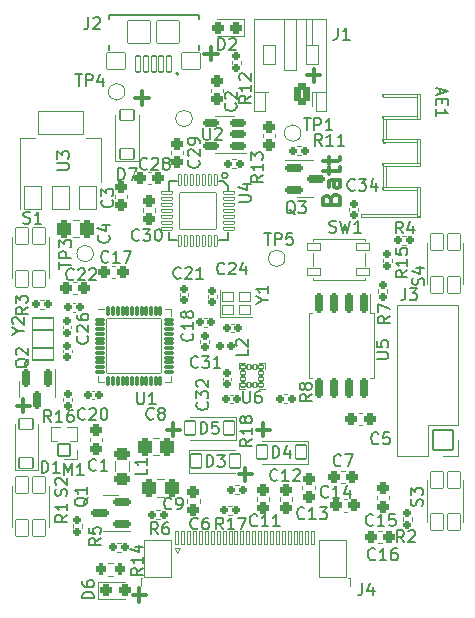
<source format=gto>
G04 #@! TF.GenerationSoftware,KiCad,Pcbnew,(6.0.10)*
G04 #@! TF.CreationDate,2023-03-04T03:17:20-05:00*
G04 #@! TF.ProjectId,SmartWatch,536d6172-7457-4617-9463-682e6b696361,rev?*
G04 #@! TF.SameCoordinates,Original*
G04 #@! TF.FileFunction,Legend,Top*
G04 #@! TF.FilePolarity,Positive*
%FSLAX46Y46*%
G04 Gerber Fmt 4.6, Leading zero omitted, Abs format (unit mm)*
G04 Created by KiCad (PCBNEW (6.0.10)) date 2023-03-04 03:17:20*
%MOMM*%
%LPD*%
G01*
G04 APERTURE LIST*
G04 Aperture macros list*
%AMRoundRect*
0 Rectangle with rounded corners*
0 $1 Rounding radius*
0 $2 $3 $4 $5 $6 $7 $8 $9 X,Y pos of 4 corners*
0 Add a 4 corners polygon primitive as box body*
4,1,4,$2,$3,$4,$5,$6,$7,$8,$9,$2,$3,0*
0 Add four circle primitives for the rounded corners*
1,1,$1+$1,$2,$3*
1,1,$1+$1,$4,$5*
1,1,$1+$1,$6,$7*
1,1,$1+$1,$8,$9*
0 Add four rect primitives between the rounded corners*
20,1,$1+$1,$2,$3,$4,$5,0*
20,1,$1+$1,$4,$5,$6,$7,0*
20,1,$1+$1,$6,$7,$8,$9,0*
20,1,$1+$1,$8,$9,$2,$3,0*%
G04 Aperture macros list end*
%ADD10C,0.300000*%
%ADD11C,0.150000*%
%ADD12C,0.120000*%
%ADD13C,0.127000*%
%ADD14C,0.200000*%
%ADD15RoundRect,0.050800X0.450000X0.600000X-0.450000X0.600000X-0.450000X-0.600000X0.450000X-0.600000X0*%
%ADD16RoundRect,0.050800X-0.450000X-0.600000X0.450000X-0.600000X0.450000X0.600000X-0.450000X0.600000X0*%
%ADD17RoundRect,0.050800X0.600000X-0.450000X0.600000X0.450000X-0.600000X0.450000X-0.600000X-0.450000X0*%
%ADD18RoundRect,0.250800X-0.200000X-0.275000X0.200000X-0.275000X0.200000X0.275000X-0.200000X0.275000X0*%
%ADD19RoundRect,0.300800X-0.250000X-0.475000X0.250000X-0.475000X0.250000X0.475000X-0.250000X0.475000X0*%
%ADD20RoundRect,0.200800X0.512500X0.150000X-0.512500X0.150000X-0.512500X-0.150000X0.512500X-0.150000X0*%
%ADD21RoundRect,0.190800X-0.170000X0.140000X-0.170000X-0.140000X0.170000X-0.140000X0.170000X0.140000X0*%
%ADD22RoundRect,0.050800X0.127000X1.150000X-0.127000X1.150000X-0.127000X-1.150000X0.127000X-1.150000X0*%
%ADD23RoundRect,0.050800X1.600000X-0.127000X1.600000X0.127000X-1.600000X0.127000X-1.600000X-0.127000X0*%
%ADD24RoundRect,0.050800X0.127000X1.100000X-0.127000X1.100000X-0.127000X-1.100000X0.127000X-1.100000X0*%
%ADD25RoundRect,0.050800X-2.500000X0.127000X-2.500000X-0.127000X2.500000X-0.127000X2.500000X0.127000X0*%
%ADD26RoundRect,0.050800X0.127000X1.125000X-0.127000X1.125000X-0.127000X-1.125000X0.127000X-1.125000X0*%
%ADD27RoundRect,0.050800X0.127000X1.075000X-0.127000X1.075000X-0.127000X-1.075000X0.127000X-1.075000X0*%
%ADD28RoundRect,0.050800X0.127000X1.250000X-0.127000X1.250000X-0.127000X-1.250000X0.127000X-1.250000X0*%
%ADD29RoundRect,0.050800X-0.127000X0.450000X-0.127000X-0.450000X0.127000X-0.450000X0.127000X0.450000X0*%
%ADD30RoundRect,0.050800X-0.450000X-0.127000X0.450000X-0.127000X0.450000X0.127000X-0.450000X0.127000X0*%
%ADD31RoundRect,0.050800X0.127000X-0.450000X0.127000X0.450000X-0.127000X0.450000X-0.127000X-0.450000X0*%
%ADD32RoundRect,0.050800X0.450000X0.127000X-0.450000X0.127000X-0.450000X-0.127000X0.450000X-0.127000X0*%
%ADD33RoundRect,0.050800X-1.550000X1.550000X-1.550000X-1.550000X1.550000X-1.550000X1.550000X1.550000X0*%
%ADD34RoundRect,0.275800X-0.250000X0.225000X-0.250000X-0.225000X0.250000X-0.225000X0.250000X0.225000X0*%
%ADD35RoundRect,0.275800X0.225000X0.250000X-0.225000X0.250000X-0.225000X-0.250000X0.225000X-0.250000X0*%
%ADD36RoundRect,0.185800X-0.135000X-0.185000X0.135000X-0.185000X0.135000X0.185000X-0.135000X0.185000X0*%
%ADD37RoundRect,0.275800X-0.225000X-0.250000X0.225000X-0.250000X0.225000X0.250000X-0.225000X0.250000X0*%
%ADD38RoundRect,0.190800X0.170000X-0.140000X0.170000X0.140000X-0.170000X0.140000X-0.170000X-0.140000X0*%
%ADD39RoundRect,0.190800X0.140000X0.170000X-0.140000X0.170000X-0.140000X-0.170000X0.140000X-0.170000X0*%
%ADD40RoundRect,0.050800X0.850000X0.850000X-0.850000X0.850000X-0.850000X-0.850000X0.850000X-0.850000X0*%
%ADD41O,1.801600X1.801600*%
%ADD42C,1.101600*%
%ADD43C,4.501600*%
%ADD44RoundRect,0.050800X0.525000X-0.700000X0.525000X0.700000X-0.525000X0.700000X-0.525000X-0.700000X0*%
%ADD45RoundRect,0.185800X0.135000X0.185000X-0.135000X0.185000X-0.135000X-0.185000X0.135000X-0.185000X0*%
%ADD46RoundRect,0.269550X0.218750X0.256250X-0.218750X0.256250X-0.218750X-0.256250X0.218750X-0.256250X0*%
%ADD47C,0.601600*%
%ADD48RoundRect,0.050800X0.200000X0.675000X-0.200000X0.675000X-0.200000X-0.675000X0.200000X-0.675000X0*%
%ADD49RoundRect,0.050800X0.800000X0.700000X-0.800000X0.700000X-0.800000X-0.700000X0.800000X-0.700000X0*%
%ADD50RoundRect,0.050800X0.950000X0.950000X-0.950000X0.950000X-0.950000X-0.950000X0.950000X-0.950000X0*%
%ADD51O,1.001600X1.901600*%
%ADD52RoundRect,0.185800X0.185000X-0.135000X0.185000X0.135000X-0.185000X0.135000X-0.185000X-0.135000X0*%
%ADD53RoundRect,0.050800X-0.450000X-0.400000X0.450000X-0.400000X0.450000X0.400000X-0.450000X0.400000X0*%
%ADD54RoundRect,0.050800X0.500000X0.500000X-0.500000X0.500000X-0.500000X-0.500000X0.500000X-0.500000X0*%
%ADD55O,1.101600X1.101600*%
%ADD56RoundRect,0.050800X-0.525000X0.700000X-0.525000X-0.700000X0.525000X-0.700000X0.525000X0.700000X0*%
%ADD57RoundRect,0.190800X-0.140000X-0.170000X0.140000X-0.170000X0.140000X0.170000X-0.140000X0.170000X0*%
%ADD58RoundRect,0.275800X0.250000X-0.225000X0.250000X0.225000X-0.250000X0.225000X-0.250000X-0.225000X0*%
%ADD59RoundRect,0.185800X-0.185000X0.135000X-0.185000X-0.135000X0.185000X-0.135000X0.185000X0.135000X0*%
%ADD60RoundRect,0.198300X-0.147500X-0.172500X0.147500X-0.172500X0.147500X0.172500X-0.147500X0.172500X0*%
%ADD61RoundRect,0.269550X-0.218750X-0.256250X0.218750X-0.256250X0.218750X0.256250X-0.218750X0.256250X0*%
%ADD62RoundRect,0.100800X-0.350000X-0.050000X0.350000X-0.050000X0.350000X0.050000X-0.350000X0.050000X0*%
%ADD63RoundRect,0.100800X-0.050000X-0.350000X0.050000X-0.350000X0.050000X0.350000X-0.050000X0.350000X0*%
%ADD64RoundRect,0.050800X-2.300000X-2.300000X2.300000X-2.300000X2.300000X2.300000X-2.300000X2.300000X0*%
%ADD65RoundRect,0.050800X0.525000X0.325000X-0.525000X0.325000X-0.525000X-0.325000X0.525000X-0.325000X0*%
%ADD66RoundRect,0.050800X-0.900000X0.500000X-0.900000X-0.500000X0.900000X-0.500000X0.900000X0.500000X0*%
%ADD67RoundRect,0.269550X0.381250X-0.218750X0.381250X0.218750X-0.381250X0.218750X-0.381250X-0.218750X0*%
%ADD68RoundRect,0.050800X0.187500X0.175000X-0.187500X0.175000X-0.187500X-0.175000X0.187500X-0.175000X0*%
%ADD69RoundRect,0.050800X-0.175000X0.187500X-0.175000X-0.187500X0.175000X-0.187500X0.175000X0.187500X0*%
%ADD70RoundRect,0.300800X0.350000X0.625000X-0.350000X0.625000X-0.350000X-0.625000X0.350000X-0.625000X0*%
%ADD71O,1.301600X1.851600*%
%ADD72RoundRect,0.200800X-0.150000X0.650000X-0.150000X-0.650000X0.150000X-0.650000X0.150000X0.650000X0*%
%ADD73RoundRect,0.050800X-0.150000X-0.550000X0.150000X-0.550000X0.150000X0.550000X-0.150000X0.550000X0*%
%ADD74RoundRect,0.050800X-1.150000X-1.550000X1.150000X-1.550000X1.150000X1.550000X-1.150000X1.550000X0*%
%ADD75RoundRect,0.200800X0.587500X0.150000X-0.587500X0.150000X-0.587500X-0.150000X0.587500X-0.150000X0*%
%ADD76RoundRect,0.200800X-0.150000X0.587500X-0.150000X-0.587500X0.150000X-0.587500X0.150000X0.587500X0*%
%ADD77RoundRect,0.200800X-0.587500X-0.150000X0.587500X-0.150000X0.587500X0.150000X-0.587500X0.150000X0*%
%ADD78RoundRect,0.050800X0.750000X-1.000000X0.750000X1.000000X-0.750000X1.000000X-0.750000X-1.000000X0*%
%ADD79RoundRect,0.050800X1.900000X-1.000000X1.900000X1.000000X-1.900000X1.000000X-1.900000X-1.000000X0*%
%ADD80RoundRect,0.300800X0.250000X0.475000X-0.250000X0.475000X-0.250000X-0.475000X0.250000X-0.475000X0*%
G04 APERTURE END LIST*
D10*
X79078571Y-67007142D02*
X80221428Y-67007142D01*
X79650000Y-67578571D02*
X79650000Y-66435714D01*
X93603571Y-65107142D02*
X94746428Y-65107142D01*
X94175000Y-65678571D02*
X94175000Y-64535714D01*
X89344571Y-95103142D02*
X90487428Y-95103142D01*
X89916000Y-95674571D02*
X89916000Y-94531714D01*
X95650857Y-75596571D02*
X95722285Y-75382285D01*
X95793714Y-75310857D01*
X95936571Y-75239428D01*
X96150857Y-75239428D01*
X96293714Y-75310857D01*
X96365142Y-75382285D01*
X96436571Y-75525142D01*
X96436571Y-76096571D01*
X94936571Y-76096571D01*
X94936571Y-75596571D01*
X95008000Y-75453714D01*
X95079428Y-75382285D01*
X95222285Y-75310857D01*
X95365142Y-75310857D01*
X95508000Y-75382285D01*
X95579428Y-75453714D01*
X95650857Y-75596571D01*
X95650857Y-76096571D01*
X96436571Y-73953714D02*
X95650857Y-73953714D01*
X95508000Y-74025142D01*
X95436571Y-74168000D01*
X95436571Y-74453714D01*
X95508000Y-74596571D01*
X96365142Y-73953714D02*
X96436571Y-74096571D01*
X96436571Y-74453714D01*
X96365142Y-74596571D01*
X96222285Y-74668000D01*
X96079428Y-74668000D01*
X95936571Y-74596571D01*
X95865142Y-74453714D01*
X95865142Y-74096571D01*
X95793714Y-73953714D01*
X95436571Y-73453714D02*
X95436571Y-72882285D01*
X94936571Y-73239428D02*
X96222285Y-73239428D01*
X96365142Y-73168000D01*
X96436571Y-73025142D01*
X96436571Y-72882285D01*
X95436571Y-72596571D02*
X95436571Y-72025142D01*
X94936571Y-72382285D02*
X96222285Y-72382285D01*
X96365142Y-72310857D01*
X96436571Y-72168000D01*
X96436571Y-72025142D01*
X84928571Y-63257142D02*
X86071428Y-63257142D01*
X85500000Y-63828571D02*
X85500000Y-62685714D01*
X81724571Y-95103142D02*
X82867428Y-95103142D01*
X82296000Y-95674571D02*
X82296000Y-94531714D01*
X87820571Y-98897142D02*
X88963428Y-98897142D01*
X88392000Y-99468571D02*
X88392000Y-98325714D01*
X69024571Y-93071142D02*
X70167428Y-93071142D01*
X69596000Y-93642571D02*
X69596000Y-92499714D01*
X78853571Y-109082142D02*
X79996428Y-109082142D01*
X79425000Y-109653571D02*
X79425000Y-108510714D01*
D11*
X84605904Y-95448380D02*
X84605904Y-94448380D01*
X84844000Y-94448380D01*
X84986857Y-94496000D01*
X85082095Y-94591238D01*
X85129714Y-94686476D01*
X85177333Y-94876952D01*
X85177333Y-95019809D01*
X85129714Y-95210285D01*
X85082095Y-95305523D01*
X84986857Y-95400761D01*
X84844000Y-95448380D01*
X84605904Y-95448380D01*
X86082095Y-94448380D02*
X85605904Y-94448380D01*
X85558285Y-94924571D01*
X85605904Y-94876952D01*
X85701142Y-94829333D01*
X85939238Y-94829333D01*
X86034476Y-94876952D01*
X86082095Y-94924571D01*
X86129714Y-95019809D01*
X86129714Y-95257904D01*
X86082095Y-95353142D01*
X86034476Y-95400761D01*
X85939238Y-95448380D01*
X85701142Y-95448380D01*
X85605904Y-95400761D01*
X85558285Y-95353142D01*
X90701904Y-97480380D02*
X90701904Y-96480380D01*
X90940000Y-96480380D01*
X91082857Y-96528000D01*
X91178095Y-96623238D01*
X91225714Y-96718476D01*
X91273333Y-96908952D01*
X91273333Y-97051809D01*
X91225714Y-97242285D01*
X91178095Y-97337523D01*
X91082857Y-97432761D01*
X90940000Y-97480380D01*
X90701904Y-97480380D01*
X92130476Y-96813714D02*
X92130476Y-97480380D01*
X91892380Y-96432761D02*
X91654285Y-97147047D01*
X92273333Y-97147047D01*
X85113904Y-98242380D02*
X85113904Y-97242380D01*
X85352000Y-97242380D01*
X85494857Y-97290000D01*
X85590095Y-97385238D01*
X85637714Y-97480476D01*
X85685333Y-97670952D01*
X85685333Y-97813809D01*
X85637714Y-98004285D01*
X85590095Y-98099523D01*
X85494857Y-98194761D01*
X85352000Y-98242380D01*
X85113904Y-98242380D01*
X86018666Y-97242380D02*
X86637714Y-97242380D01*
X86304380Y-97623333D01*
X86447238Y-97623333D01*
X86542476Y-97670952D01*
X86590095Y-97718571D01*
X86637714Y-97813809D01*
X86637714Y-98051904D01*
X86590095Y-98147142D01*
X86542476Y-98194761D01*
X86447238Y-98242380D01*
X86161523Y-98242380D01*
X86066285Y-98194761D01*
X86018666Y-98147142D01*
X71143904Y-98750380D02*
X71143904Y-97750380D01*
X71382000Y-97750380D01*
X71524857Y-97798000D01*
X71620095Y-97893238D01*
X71667714Y-97988476D01*
X71715333Y-98178952D01*
X71715333Y-98321809D01*
X71667714Y-98512285D01*
X71620095Y-98607523D01*
X71524857Y-98702761D01*
X71382000Y-98750380D01*
X71143904Y-98750380D01*
X72667714Y-98750380D02*
X72096285Y-98750380D01*
X72382000Y-98750380D02*
X72382000Y-97750380D01*
X72286761Y-97893238D01*
X72191523Y-97988476D01*
X72096285Y-98036095D01*
X79700380Y-106814857D02*
X79224190Y-107148190D01*
X79700380Y-107386285D02*
X78700380Y-107386285D01*
X78700380Y-107005333D01*
X78748000Y-106910095D01*
X78795619Y-106862476D01*
X78890857Y-106814857D01*
X79033714Y-106814857D01*
X79128952Y-106862476D01*
X79176571Y-106910095D01*
X79224190Y-107005333D01*
X79224190Y-107386285D01*
X79700380Y-105862476D02*
X79700380Y-106433904D01*
X79700380Y-106148190D02*
X78700380Y-106148190D01*
X78843238Y-106243428D01*
X78938476Y-106338666D01*
X78986095Y-106433904D01*
X79033714Y-105005333D02*
X79700380Y-105005333D01*
X78652761Y-105243428D02*
X79367047Y-105481523D01*
X79367047Y-104862476D01*
X76811142Y-78652666D02*
X76858761Y-78700285D01*
X76906380Y-78843142D01*
X76906380Y-78938380D01*
X76858761Y-79081238D01*
X76763523Y-79176476D01*
X76668285Y-79224095D01*
X76477809Y-79271714D01*
X76334952Y-79271714D01*
X76144476Y-79224095D01*
X76049238Y-79176476D01*
X75954000Y-79081238D01*
X75906380Y-78938380D01*
X75906380Y-78843142D01*
X75954000Y-78700285D01*
X76001619Y-78652666D01*
X76239714Y-77795523D02*
X76906380Y-77795523D01*
X75858761Y-78033619D02*
X76573047Y-78271714D01*
X76573047Y-77652666D01*
X84836095Y-69556380D02*
X84836095Y-70365904D01*
X84883714Y-70461142D01*
X84931333Y-70508761D01*
X85026571Y-70556380D01*
X85217047Y-70556380D01*
X85312285Y-70508761D01*
X85359904Y-70461142D01*
X85407523Y-70365904D01*
X85407523Y-69556380D01*
X85836095Y-69651619D02*
X85883714Y-69604000D01*
X85978952Y-69556380D01*
X86217047Y-69556380D01*
X86312285Y-69604000D01*
X86359904Y-69651619D01*
X86407523Y-69746857D01*
X86407523Y-69842095D01*
X86359904Y-69984952D01*
X85788476Y-70556380D01*
X86407523Y-70556380D01*
X97655142Y-74779142D02*
X97607523Y-74826761D01*
X97464666Y-74874380D01*
X97369428Y-74874380D01*
X97226571Y-74826761D01*
X97131333Y-74731523D01*
X97083714Y-74636285D01*
X97036095Y-74445809D01*
X97036095Y-74302952D01*
X97083714Y-74112476D01*
X97131333Y-74017238D01*
X97226571Y-73922000D01*
X97369428Y-73874380D01*
X97464666Y-73874380D01*
X97607523Y-73922000D01*
X97655142Y-73969619D01*
X97988476Y-73874380D02*
X98607523Y-73874380D01*
X98274190Y-74255333D01*
X98417047Y-74255333D01*
X98512285Y-74302952D01*
X98559904Y-74350571D01*
X98607523Y-74445809D01*
X98607523Y-74683904D01*
X98559904Y-74779142D01*
X98512285Y-74826761D01*
X98417047Y-74874380D01*
X98131333Y-74874380D01*
X98036095Y-74826761D01*
X97988476Y-74779142D01*
X99464666Y-74207714D02*
X99464666Y-74874380D01*
X99226571Y-73826761D02*
X98988476Y-74541047D01*
X99607523Y-74541047D01*
X104832333Y-66233333D02*
X104832333Y-66709523D01*
X104546619Y-66138095D02*
X105546619Y-66471428D01*
X104546619Y-66804761D01*
X105070428Y-67138095D02*
X105070428Y-67471428D01*
X104546619Y-67614285D02*
X104546619Y-67138095D01*
X105546619Y-67138095D01*
X105546619Y-67614285D01*
X104546619Y-68566666D02*
X104546619Y-67995238D01*
X104546619Y-68280952D02*
X105546619Y-68280952D01*
X105403761Y-68185714D01*
X105308523Y-68090476D01*
X105260904Y-67995238D01*
X87832380Y-75811904D02*
X88641904Y-75811904D01*
X88737142Y-75764285D01*
X88784761Y-75716666D01*
X88832380Y-75621428D01*
X88832380Y-75430952D01*
X88784761Y-75335714D01*
X88737142Y-75288095D01*
X88641904Y-75240476D01*
X87832380Y-75240476D01*
X88165714Y-74335714D02*
X88832380Y-74335714D01*
X87784761Y-74573809D02*
X88499047Y-74811904D01*
X88499047Y-74192857D01*
X79397142Y-79037142D02*
X79349523Y-79084761D01*
X79206666Y-79132380D01*
X79111428Y-79132380D01*
X78968571Y-79084761D01*
X78873333Y-78989523D01*
X78825714Y-78894285D01*
X78778095Y-78703809D01*
X78778095Y-78560952D01*
X78825714Y-78370476D01*
X78873333Y-78275238D01*
X78968571Y-78180000D01*
X79111428Y-78132380D01*
X79206666Y-78132380D01*
X79349523Y-78180000D01*
X79397142Y-78227619D01*
X79730476Y-78132380D02*
X80349523Y-78132380D01*
X80016190Y-78513333D01*
X80159047Y-78513333D01*
X80254285Y-78560952D01*
X80301904Y-78608571D01*
X80349523Y-78703809D01*
X80349523Y-78941904D01*
X80301904Y-79037142D01*
X80254285Y-79084761D01*
X80159047Y-79132380D01*
X79873333Y-79132380D01*
X79778095Y-79084761D01*
X79730476Y-79037142D01*
X80968571Y-78132380D02*
X81063809Y-78132380D01*
X81159047Y-78180000D01*
X81206666Y-78227619D01*
X81254285Y-78322857D01*
X81301904Y-78513333D01*
X81301904Y-78751428D01*
X81254285Y-78941904D01*
X81206666Y-79037142D01*
X81159047Y-79084761D01*
X81063809Y-79132380D01*
X80968571Y-79132380D01*
X80873333Y-79084761D01*
X80825714Y-79037142D01*
X80778095Y-78941904D01*
X80730476Y-78751428D01*
X80730476Y-78513333D01*
X80778095Y-78322857D01*
X80825714Y-78227619D01*
X80873333Y-78180000D01*
X80968571Y-78132380D01*
X84427142Y-72302857D02*
X84474761Y-72350476D01*
X84522380Y-72493333D01*
X84522380Y-72588571D01*
X84474761Y-72731428D01*
X84379523Y-72826666D01*
X84284285Y-72874285D01*
X84093809Y-72921904D01*
X83950952Y-72921904D01*
X83760476Y-72874285D01*
X83665238Y-72826666D01*
X83570000Y-72731428D01*
X83522380Y-72588571D01*
X83522380Y-72493333D01*
X83570000Y-72350476D01*
X83617619Y-72302857D01*
X83617619Y-71921904D02*
X83570000Y-71874285D01*
X83522380Y-71779047D01*
X83522380Y-71540952D01*
X83570000Y-71445714D01*
X83617619Y-71398095D01*
X83712857Y-71350476D01*
X83808095Y-71350476D01*
X83950952Y-71398095D01*
X84522380Y-71969523D01*
X84522380Y-71350476D01*
X84522380Y-70874285D02*
X84522380Y-70683809D01*
X84474761Y-70588571D01*
X84427142Y-70540952D01*
X84284285Y-70445714D01*
X84093809Y-70398095D01*
X83712857Y-70398095D01*
X83617619Y-70445714D01*
X83570000Y-70493333D01*
X83522380Y-70588571D01*
X83522380Y-70779047D01*
X83570000Y-70874285D01*
X83617619Y-70921904D01*
X83712857Y-70969523D01*
X83950952Y-70969523D01*
X84046190Y-70921904D01*
X84093809Y-70874285D01*
X84141428Y-70779047D01*
X84141428Y-70588571D01*
X84093809Y-70493333D01*
X84046190Y-70445714D01*
X83950952Y-70398095D01*
X80067142Y-72997142D02*
X80019523Y-73044761D01*
X79876666Y-73092380D01*
X79781428Y-73092380D01*
X79638571Y-73044761D01*
X79543333Y-72949523D01*
X79495714Y-72854285D01*
X79448095Y-72663809D01*
X79448095Y-72520952D01*
X79495714Y-72330476D01*
X79543333Y-72235238D01*
X79638571Y-72140000D01*
X79781428Y-72092380D01*
X79876666Y-72092380D01*
X80019523Y-72140000D01*
X80067142Y-72187619D01*
X80448095Y-72187619D02*
X80495714Y-72140000D01*
X80590952Y-72092380D01*
X80829047Y-72092380D01*
X80924285Y-72140000D01*
X80971904Y-72187619D01*
X81019523Y-72282857D01*
X81019523Y-72378095D01*
X80971904Y-72520952D01*
X80400476Y-73092380D01*
X81019523Y-73092380D01*
X81590952Y-72520952D02*
X81495714Y-72473333D01*
X81448095Y-72425714D01*
X81400476Y-72330476D01*
X81400476Y-72282857D01*
X81448095Y-72187619D01*
X81495714Y-72140000D01*
X81590952Y-72092380D01*
X81781428Y-72092380D01*
X81876666Y-72140000D01*
X81924285Y-72187619D01*
X81971904Y-72282857D01*
X81971904Y-72330476D01*
X81924285Y-72425714D01*
X81876666Y-72473333D01*
X81781428Y-72520952D01*
X81590952Y-72520952D01*
X81495714Y-72568571D01*
X81448095Y-72616190D01*
X81400476Y-72711428D01*
X81400476Y-72901904D01*
X81448095Y-72997142D01*
X81495714Y-73044761D01*
X81590952Y-73092380D01*
X81781428Y-73092380D01*
X81876666Y-73044761D01*
X81924285Y-72997142D01*
X81971904Y-72901904D01*
X81971904Y-72711428D01*
X81924285Y-72616190D01*
X81876666Y-72568571D01*
X81781428Y-72520952D01*
X101723333Y-78492380D02*
X101390000Y-78016190D01*
X101151904Y-78492380D02*
X101151904Y-77492380D01*
X101532857Y-77492380D01*
X101628095Y-77540000D01*
X101675714Y-77587619D01*
X101723333Y-77682857D01*
X101723333Y-77825714D01*
X101675714Y-77920952D01*
X101628095Y-77968571D01*
X101532857Y-78016190D01*
X101151904Y-78016190D01*
X102580476Y-77825714D02*
X102580476Y-78492380D01*
X102342380Y-77444761D02*
X102104285Y-78159047D01*
X102723333Y-78159047D01*
X96483333Y-98107142D02*
X96435714Y-98154761D01*
X96292857Y-98202380D01*
X96197619Y-98202380D01*
X96054761Y-98154761D01*
X95959523Y-98059523D01*
X95911904Y-97964285D01*
X95864285Y-97773809D01*
X95864285Y-97630952D01*
X95911904Y-97440476D01*
X95959523Y-97345238D01*
X96054761Y-97250000D01*
X96197619Y-97202380D01*
X96292857Y-97202380D01*
X96435714Y-97250000D01*
X96483333Y-97297619D01*
X96816666Y-97202380D02*
X97483333Y-97202380D01*
X97054761Y-98202380D01*
X84382142Y-89782142D02*
X84334523Y-89829761D01*
X84191666Y-89877380D01*
X84096428Y-89877380D01*
X83953571Y-89829761D01*
X83858333Y-89734523D01*
X83810714Y-89639285D01*
X83763095Y-89448809D01*
X83763095Y-89305952D01*
X83810714Y-89115476D01*
X83858333Y-89020238D01*
X83953571Y-88925000D01*
X84096428Y-88877380D01*
X84191666Y-88877380D01*
X84334523Y-88925000D01*
X84382142Y-88972619D01*
X84715476Y-88877380D02*
X85334523Y-88877380D01*
X85001190Y-89258333D01*
X85144047Y-89258333D01*
X85239285Y-89305952D01*
X85286904Y-89353571D01*
X85334523Y-89448809D01*
X85334523Y-89686904D01*
X85286904Y-89782142D01*
X85239285Y-89829761D01*
X85144047Y-89877380D01*
X84858333Y-89877380D01*
X84763095Y-89829761D01*
X84715476Y-89782142D01*
X86286904Y-89877380D02*
X85715476Y-89877380D01*
X86001190Y-89877380D02*
X86001190Y-88877380D01*
X85905952Y-89020238D01*
X85810714Y-89115476D01*
X85715476Y-89163095D01*
X85157142Y-92792857D02*
X85204761Y-92840476D01*
X85252380Y-92983333D01*
X85252380Y-93078571D01*
X85204761Y-93221428D01*
X85109523Y-93316666D01*
X85014285Y-93364285D01*
X84823809Y-93411904D01*
X84680952Y-93411904D01*
X84490476Y-93364285D01*
X84395238Y-93316666D01*
X84300000Y-93221428D01*
X84252380Y-93078571D01*
X84252380Y-92983333D01*
X84300000Y-92840476D01*
X84347619Y-92792857D01*
X84252380Y-92459523D02*
X84252380Y-91840476D01*
X84633333Y-92173809D01*
X84633333Y-92030952D01*
X84680952Y-91935714D01*
X84728571Y-91888095D01*
X84823809Y-91840476D01*
X85061904Y-91840476D01*
X85157142Y-91888095D01*
X85204761Y-91935714D01*
X85252380Y-92030952D01*
X85252380Y-92316666D01*
X85204761Y-92411904D01*
X85157142Y-92459523D01*
X84347619Y-91459523D02*
X84300000Y-91411904D01*
X84252380Y-91316666D01*
X84252380Y-91078571D01*
X84300000Y-90983333D01*
X84347619Y-90935714D01*
X84442857Y-90888095D01*
X84538095Y-90888095D01*
X84680952Y-90935714D01*
X85252380Y-91507142D01*
X85252380Y-90888095D01*
X101916666Y-83152380D02*
X101916666Y-83866666D01*
X101869047Y-84009523D01*
X101773809Y-84104761D01*
X101630952Y-84152380D01*
X101535714Y-84152380D01*
X102297619Y-83152380D02*
X102916666Y-83152380D01*
X102583333Y-83533333D01*
X102726190Y-83533333D01*
X102821428Y-83580952D01*
X102869047Y-83628571D01*
X102916666Y-83723809D01*
X102916666Y-83961904D01*
X102869047Y-84057142D01*
X102821428Y-84104761D01*
X102726190Y-84152380D01*
X102440476Y-84152380D01*
X102345238Y-84104761D01*
X102297619Y-84057142D01*
X93338095Y-68752380D02*
X93909523Y-68752380D01*
X93623809Y-69752380D02*
X93623809Y-68752380D01*
X94242857Y-69752380D02*
X94242857Y-68752380D01*
X94623809Y-68752380D01*
X94719047Y-68800000D01*
X94766666Y-68847619D01*
X94814285Y-68942857D01*
X94814285Y-69085714D01*
X94766666Y-69180952D01*
X94719047Y-69228571D01*
X94623809Y-69276190D01*
X94242857Y-69276190D01*
X95766666Y-69752380D02*
X95195238Y-69752380D01*
X95480952Y-69752380D02*
X95480952Y-68752380D01*
X95385714Y-68895238D01*
X95290476Y-68990476D01*
X95195238Y-69038095D01*
X103474761Y-82851904D02*
X103522380Y-82709047D01*
X103522380Y-82470952D01*
X103474761Y-82375714D01*
X103427142Y-82328095D01*
X103331904Y-82280476D01*
X103236666Y-82280476D01*
X103141428Y-82328095D01*
X103093809Y-82375714D01*
X103046190Y-82470952D01*
X102998571Y-82661428D01*
X102950952Y-82756666D01*
X102903333Y-82804285D01*
X102808095Y-82851904D01*
X102712857Y-82851904D01*
X102617619Y-82804285D01*
X102570000Y-82756666D01*
X102522380Y-82661428D01*
X102522380Y-82423333D01*
X102570000Y-82280476D01*
X102855714Y-81423333D02*
X103522380Y-81423333D01*
X102474761Y-81661428D02*
X103189047Y-81899523D01*
X103189047Y-81280476D01*
X86507142Y-103542380D02*
X86173809Y-103066190D01*
X85935714Y-103542380D02*
X85935714Y-102542380D01*
X86316666Y-102542380D01*
X86411904Y-102590000D01*
X86459523Y-102637619D01*
X86507142Y-102732857D01*
X86507142Y-102875714D01*
X86459523Y-102970952D01*
X86411904Y-103018571D01*
X86316666Y-103066190D01*
X85935714Y-103066190D01*
X87459523Y-103542380D02*
X86888095Y-103542380D01*
X87173809Y-103542380D02*
X87173809Y-102542380D01*
X87078571Y-102685238D01*
X86983333Y-102780476D01*
X86888095Y-102828095D01*
X87792857Y-102542380D02*
X88459523Y-102542380D01*
X88030952Y-103542380D01*
X73988095Y-65002380D02*
X74559523Y-65002380D01*
X74273809Y-66002380D02*
X74273809Y-65002380D01*
X74892857Y-66002380D02*
X74892857Y-65002380D01*
X75273809Y-65002380D01*
X75369047Y-65050000D01*
X75416666Y-65097619D01*
X75464285Y-65192857D01*
X75464285Y-65335714D01*
X75416666Y-65430952D01*
X75369047Y-65478571D01*
X75273809Y-65526190D01*
X74892857Y-65526190D01*
X76321428Y-65335714D02*
X76321428Y-66002380D01*
X76083333Y-64954761D02*
X75845238Y-65669047D01*
X76464285Y-65669047D01*
X86086904Y-62957380D02*
X86086904Y-61957380D01*
X86325000Y-61957380D01*
X86467857Y-62005000D01*
X86563095Y-62100238D01*
X86610714Y-62195476D01*
X86658333Y-62385952D01*
X86658333Y-62528809D01*
X86610714Y-62719285D01*
X86563095Y-62814523D01*
X86467857Y-62909761D01*
X86325000Y-62957380D01*
X86086904Y-62957380D01*
X87039285Y-62052619D02*
X87086904Y-62005000D01*
X87182142Y-61957380D01*
X87420238Y-61957380D01*
X87515476Y-62005000D01*
X87563095Y-62052619D01*
X87610714Y-62147857D01*
X87610714Y-62243095D01*
X87563095Y-62385952D01*
X86991666Y-62957380D01*
X87610714Y-62957380D01*
X88952380Y-95892857D02*
X88476190Y-96226190D01*
X88952380Y-96464285D02*
X87952380Y-96464285D01*
X87952380Y-96083333D01*
X88000000Y-95988095D01*
X88047619Y-95940476D01*
X88142857Y-95892857D01*
X88285714Y-95892857D01*
X88380952Y-95940476D01*
X88428571Y-95988095D01*
X88476190Y-96083333D01*
X88476190Y-96464285D01*
X88952380Y-94940476D02*
X88952380Y-95511904D01*
X88952380Y-95226190D02*
X87952380Y-95226190D01*
X88095238Y-95321428D01*
X88190476Y-95416666D01*
X88238095Y-95511904D01*
X88380952Y-94369047D02*
X88333333Y-94464285D01*
X88285714Y-94511904D01*
X88190476Y-94559523D01*
X88142857Y-94559523D01*
X88047619Y-94511904D01*
X88000000Y-94464285D01*
X87952380Y-94369047D01*
X87952380Y-94178571D01*
X88000000Y-94083333D01*
X88047619Y-94035714D01*
X88142857Y-93988095D01*
X88190476Y-93988095D01*
X88285714Y-94035714D01*
X88333333Y-94083333D01*
X88380952Y-94178571D01*
X88380952Y-94369047D01*
X88428571Y-94464285D01*
X88476190Y-94511904D01*
X88571428Y-94559523D01*
X88761904Y-94559523D01*
X88857142Y-94511904D01*
X88904761Y-94464285D01*
X88952380Y-94369047D01*
X88952380Y-94178571D01*
X88904761Y-94083333D01*
X88857142Y-94035714D01*
X88761904Y-93988095D01*
X88571428Y-93988095D01*
X88476190Y-94035714D01*
X88428571Y-94083333D01*
X88380952Y-94178571D01*
X80993333Y-103962380D02*
X80660000Y-103486190D01*
X80421904Y-103962380D02*
X80421904Y-102962380D01*
X80802857Y-102962380D01*
X80898095Y-103010000D01*
X80945714Y-103057619D01*
X80993333Y-103152857D01*
X80993333Y-103295714D01*
X80945714Y-103390952D01*
X80898095Y-103438571D01*
X80802857Y-103486190D01*
X80421904Y-103486190D01*
X81850476Y-102962380D02*
X81660000Y-102962380D01*
X81564761Y-103010000D01*
X81517142Y-103057619D01*
X81421904Y-103200476D01*
X81374285Y-103390952D01*
X81374285Y-103771904D01*
X81421904Y-103867142D01*
X81469523Y-103914761D01*
X81564761Y-103962380D01*
X81755238Y-103962380D01*
X81850476Y-103914761D01*
X81898095Y-103867142D01*
X81945714Y-103771904D01*
X81945714Y-103533809D01*
X81898095Y-103438571D01*
X81850476Y-103390952D01*
X81755238Y-103343333D01*
X81564761Y-103343333D01*
X81469523Y-103390952D01*
X81421904Y-103438571D01*
X81374285Y-103533809D01*
X73857142Y-82357142D02*
X73809523Y-82404761D01*
X73666666Y-82452380D01*
X73571428Y-82452380D01*
X73428571Y-82404761D01*
X73333333Y-82309523D01*
X73285714Y-82214285D01*
X73238095Y-82023809D01*
X73238095Y-81880952D01*
X73285714Y-81690476D01*
X73333333Y-81595238D01*
X73428571Y-81500000D01*
X73571428Y-81452380D01*
X73666666Y-81452380D01*
X73809523Y-81500000D01*
X73857142Y-81547619D01*
X74238095Y-81547619D02*
X74285714Y-81500000D01*
X74380952Y-81452380D01*
X74619047Y-81452380D01*
X74714285Y-81500000D01*
X74761904Y-81547619D01*
X74809523Y-81642857D01*
X74809523Y-81738095D01*
X74761904Y-81880952D01*
X74190476Y-82452380D01*
X74809523Y-82452380D01*
X75190476Y-81547619D02*
X75238095Y-81500000D01*
X75333333Y-81452380D01*
X75571428Y-81452380D01*
X75666666Y-81500000D01*
X75714285Y-81547619D01*
X75761904Y-81642857D01*
X75761904Y-81738095D01*
X75714285Y-81880952D01*
X75142857Y-82452380D01*
X75761904Y-82452380D01*
X75104666Y-60192380D02*
X75104666Y-60906666D01*
X75057047Y-61049523D01*
X74961809Y-61144761D01*
X74818952Y-61192380D01*
X74723714Y-61192380D01*
X75533238Y-60287619D02*
X75580857Y-60240000D01*
X75676095Y-60192380D01*
X75914190Y-60192380D01*
X76009428Y-60240000D01*
X76057047Y-60287619D01*
X76104666Y-60382857D01*
X76104666Y-60478095D01*
X76057047Y-60620952D01*
X75485619Y-61192380D01*
X76104666Y-61192380D01*
X88852380Y-66842857D02*
X88376190Y-67176190D01*
X88852380Y-67414285D02*
X87852380Y-67414285D01*
X87852380Y-67033333D01*
X87900000Y-66938095D01*
X87947619Y-66890476D01*
X88042857Y-66842857D01*
X88185714Y-66842857D01*
X88280952Y-66890476D01*
X88328571Y-66938095D01*
X88376190Y-67033333D01*
X88376190Y-67414285D01*
X88852380Y-65890476D02*
X88852380Y-66461904D01*
X88852380Y-66176190D02*
X87852380Y-66176190D01*
X87995238Y-66271428D01*
X88090476Y-66366666D01*
X88138095Y-66461904D01*
X87947619Y-65509523D02*
X87900000Y-65461904D01*
X87852380Y-65366666D01*
X87852380Y-65128571D01*
X87900000Y-65033333D01*
X87947619Y-64985714D01*
X88042857Y-64938095D01*
X88138095Y-64938095D01*
X88280952Y-64985714D01*
X88852380Y-65557142D01*
X88852380Y-64938095D01*
X89851190Y-84126190D02*
X90327380Y-84126190D01*
X89327380Y-84459523D02*
X89851190Y-84126190D01*
X89327380Y-83792857D01*
X90327380Y-82935714D02*
X90327380Y-83507142D01*
X90327380Y-83221428D02*
X89327380Y-83221428D01*
X89470238Y-83316666D01*
X89565476Y-83411904D01*
X89613095Y-83507142D01*
X94012380Y-92096666D02*
X93536190Y-92430000D01*
X94012380Y-92668095D02*
X93012380Y-92668095D01*
X93012380Y-92287142D01*
X93060000Y-92191904D01*
X93107619Y-92144285D01*
X93202857Y-92096666D01*
X93345714Y-92096666D01*
X93440952Y-92144285D01*
X93488571Y-92191904D01*
X93536190Y-92287142D01*
X93536190Y-92668095D01*
X93440952Y-91525238D02*
X93393333Y-91620476D01*
X93345714Y-91668095D01*
X93250476Y-91715714D01*
X93202857Y-91715714D01*
X93107619Y-91668095D01*
X93060000Y-91620476D01*
X93012380Y-91525238D01*
X93012380Y-91334761D01*
X93060000Y-91239523D01*
X93107619Y-91191904D01*
X93202857Y-91144285D01*
X93250476Y-91144285D01*
X93345714Y-91191904D01*
X93393333Y-91239523D01*
X93440952Y-91334761D01*
X93440952Y-91525238D01*
X93488571Y-91620476D01*
X93536190Y-91668095D01*
X93631428Y-91715714D01*
X93821904Y-91715714D01*
X93917142Y-91668095D01*
X93964761Y-91620476D01*
X94012380Y-91525238D01*
X94012380Y-91334761D01*
X93964761Y-91239523D01*
X93917142Y-91191904D01*
X93821904Y-91144285D01*
X93631428Y-91144285D01*
X93536190Y-91191904D01*
X93488571Y-91239523D01*
X93440952Y-91334761D01*
X72652380Y-81461904D02*
X72652380Y-80890476D01*
X73652380Y-81176190D02*
X72652380Y-81176190D01*
X73652380Y-80557142D02*
X72652380Y-80557142D01*
X72652380Y-80176190D01*
X72700000Y-80080952D01*
X72747619Y-80033333D01*
X72842857Y-79985714D01*
X72985714Y-79985714D01*
X73080952Y-80033333D01*
X73128571Y-80080952D01*
X73176190Y-80176190D01*
X73176190Y-80557142D01*
X72652380Y-79652380D02*
X72652380Y-79033333D01*
X73033333Y-79366666D01*
X73033333Y-79223809D01*
X73080952Y-79128571D01*
X73128571Y-79080952D01*
X73223809Y-79033333D01*
X73461904Y-79033333D01*
X73557142Y-79080952D01*
X73604761Y-79128571D01*
X73652380Y-79223809D01*
X73652380Y-79509523D01*
X73604761Y-79604761D01*
X73557142Y-79652380D01*
X89860380Y-73540857D02*
X89384190Y-73874190D01*
X89860380Y-74112285D02*
X88860380Y-74112285D01*
X88860380Y-73731333D01*
X88908000Y-73636095D01*
X88955619Y-73588476D01*
X89050857Y-73540857D01*
X89193714Y-73540857D01*
X89288952Y-73588476D01*
X89336571Y-73636095D01*
X89384190Y-73731333D01*
X89384190Y-74112285D01*
X89860380Y-72588476D02*
X89860380Y-73159904D01*
X89860380Y-72874190D02*
X88860380Y-72874190D01*
X89003238Y-72969428D01*
X89098476Y-73064666D01*
X89146095Y-73159904D01*
X88860380Y-72255142D02*
X88860380Y-71636095D01*
X89241333Y-71969428D01*
X89241333Y-71826571D01*
X89288952Y-71731333D01*
X89336571Y-71683714D01*
X89431809Y-71636095D01*
X89669904Y-71636095D01*
X89765142Y-71683714D01*
X89812761Y-71731333D01*
X89860380Y-71826571D01*
X89860380Y-72112285D01*
X89812761Y-72207523D01*
X89765142Y-72255142D01*
X73040476Y-98952380D02*
X73040476Y-97952380D01*
X73373809Y-98666666D01*
X73707142Y-97952380D01*
X73707142Y-98952380D01*
X74707142Y-98952380D02*
X74135714Y-98952380D01*
X74421428Y-98952380D02*
X74421428Y-97952380D01*
X74326190Y-98095238D01*
X74230952Y-98190476D01*
X74135714Y-98238095D01*
X76798142Y-80875142D02*
X76750523Y-80922761D01*
X76607666Y-80970380D01*
X76512428Y-80970380D01*
X76369571Y-80922761D01*
X76274333Y-80827523D01*
X76226714Y-80732285D01*
X76179095Y-80541809D01*
X76179095Y-80398952D01*
X76226714Y-80208476D01*
X76274333Y-80113238D01*
X76369571Y-80018000D01*
X76512428Y-79970380D01*
X76607666Y-79970380D01*
X76750523Y-80018000D01*
X76798142Y-80065619D01*
X77750523Y-80970380D02*
X77179095Y-80970380D01*
X77464809Y-80970380D02*
X77464809Y-79970380D01*
X77369571Y-80113238D01*
X77274333Y-80208476D01*
X77179095Y-80256095D01*
X78083857Y-79970380D02*
X78750523Y-79970380D01*
X78321952Y-80970380D01*
X73229761Y-100711904D02*
X73277380Y-100569047D01*
X73277380Y-100330952D01*
X73229761Y-100235714D01*
X73182142Y-100188095D01*
X73086904Y-100140476D01*
X72991666Y-100140476D01*
X72896428Y-100188095D01*
X72848809Y-100235714D01*
X72801190Y-100330952D01*
X72753571Y-100521428D01*
X72705952Y-100616666D01*
X72658333Y-100664285D01*
X72563095Y-100711904D01*
X72467857Y-100711904D01*
X72372619Y-100664285D01*
X72325000Y-100616666D01*
X72277380Y-100521428D01*
X72277380Y-100283333D01*
X72325000Y-100140476D01*
X72372619Y-99759523D02*
X72325000Y-99711904D01*
X72277380Y-99616666D01*
X72277380Y-99378571D01*
X72325000Y-99283333D01*
X72372619Y-99235714D01*
X72467857Y-99188095D01*
X72563095Y-99188095D01*
X72705952Y-99235714D01*
X73277380Y-99807142D01*
X73277380Y-99188095D01*
X77611904Y-73952380D02*
X77611904Y-72952380D01*
X77850000Y-72952380D01*
X77992857Y-73000000D01*
X78088095Y-73095238D01*
X78135714Y-73190476D01*
X78183333Y-73380952D01*
X78183333Y-73523809D01*
X78135714Y-73714285D01*
X78088095Y-73809523D01*
X77992857Y-73904761D01*
X77850000Y-73952380D01*
X77611904Y-73952380D01*
X78516666Y-72952380D02*
X79183333Y-72952380D01*
X78754761Y-73952380D01*
X74807142Y-94182142D02*
X74759523Y-94229761D01*
X74616666Y-94277380D01*
X74521428Y-94277380D01*
X74378571Y-94229761D01*
X74283333Y-94134523D01*
X74235714Y-94039285D01*
X74188095Y-93848809D01*
X74188095Y-93705952D01*
X74235714Y-93515476D01*
X74283333Y-93420238D01*
X74378571Y-93325000D01*
X74521428Y-93277380D01*
X74616666Y-93277380D01*
X74759523Y-93325000D01*
X74807142Y-93372619D01*
X75188095Y-93372619D02*
X75235714Y-93325000D01*
X75330952Y-93277380D01*
X75569047Y-93277380D01*
X75664285Y-93325000D01*
X75711904Y-93372619D01*
X75759523Y-93467857D01*
X75759523Y-93563095D01*
X75711904Y-93705952D01*
X75140476Y-94277380D01*
X75759523Y-94277380D01*
X76378571Y-93277380D02*
X76473809Y-93277380D01*
X76569047Y-93325000D01*
X76616666Y-93372619D01*
X76664285Y-93467857D01*
X76711904Y-93658333D01*
X76711904Y-93896428D01*
X76664285Y-94086904D01*
X76616666Y-94182142D01*
X76569047Y-94229761D01*
X76473809Y-94277380D01*
X76378571Y-94277380D01*
X76283333Y-94229761D01*
X76235714Y-94182142D01*
X76188095Y-94086904D01*
X76140476Y-93896428D01*
X76140476Y-93658333D01*
X76188095Y-93467857D01*
X76235714Y-93372619D01*
X76283333Y-93325000D01*
X76378571Y-93277380D01*
X84363333Y-103457142D02*
X84315714Y-103504761D01*
X84172857Y-103552380D01*
X84077619Y-103552380D01*
X83934761Y-103504761D01*
X83839523Y-103409523D01*
X83791904Y-103314285D01*
X83744285Y-103123809D01*
X83744285Y-102980952D01*
X83791904Y-102790476D01*
X83839523Y-102695238D01*
X83934761Y-102600000D01*
X84077619Y-102552380D01*
X84172857Y-102552380D01*
X84315714Y-102600000D01*
X84363333Y-102647619D01*
X85220476Y-102552380D02*
X85030000Y-102552380D01*
X84934761Y-102600000D01*
X84887142Y-102647619D01*
X84791904Y-102790476D01*
X84744285Y-102980952D01*
X84744285Y-103361904D01*
X84791904Y-103457142D01*
X84839523Y-103504761D01*
X84934761Y-103552380D01*
X85125238Y-103552380D01*
X85220476Y-103504761D01*
X85268095Y-103457142D01*
X85315714Y-103361904D01*
X85315714Y-103123809D01*
X85268095Y-103028571D01*
X85220476Y-102980952D01*
X85125238Y-102933333D01*
X84934761Y-102933333D01*
X84839523Y-102980952D01*
X84791904Y-103028571D01*
X84744285Y-103123809D01*
X93397142Y-102587142D02*
X93349523Y-102634761D01*
X93206666Y-102682380D01*
X93111428Y-102682380D01*
X92968571Y-102634761D01*
X92873333Y-102539523D01*
X92825714Y-102444285D01*
X92778095Y-102253809D01*
X92778095Y-102110952D01*
X92825714Y-101920476D01*
X92873333Y-101825238D01*
X92968571Y-101730000D01*
X93111428Y-101682380D01*
X93206666Y-101682380D01*
X93349523Y-101730000D01*
X93397142Y-101777619D01*
X94349523Y-102682380D02*
X93778095Y-102682380D01*
X94063809Y-102682380D02*
X94063809Y-101682380D01*
X93968571Y-101825238D01*
X93873333Y-101920476D01*
X93778095Y-101968095D01*
X94682857Y-101682380D02*
X95301904Y-101682380D01*
X94968571Y-102063333D01*
X95111428Y-102063333D01*
X95206666Y-102110952D01*
X95254285Y-102158571D01*
X95301904Y-102253809D01*
X95301904Y-102491904D01*
X95254285Y-102587142D01*
X95206666Y-102634761D01*
X95111428Y-102682380D01*
X94825714Y-102682380D01*
X94730476Y-102634761D01*
X94682857Y-102587142D01*
X69952380Y-84716666D02*
X69476190Y-85050000D01*
X69952380Y-85288095D02*
X68952380Y-85288095D01*
X68952380Y-84907142D01*
X69000000Y-84811904D01*
X69047619Y-84764285D01*
X69142857Y-84716666D01*
X69285714Y-84716666D01*
X69380952Y-84764285D01*
X69428571Y-84811904D01*
X69476190Y-84907142D01*
X69476190Y-85288095D01*
X68952380Y-84383333D02*
X68952380Y-83764285D01*
X69333333Y-84097619D01*
X69333333Y-83954761D01*
X69380952Y-83859523D01*
X69428571Y-83811904D01*
X69523809Y-83764285D01*
X69761904Y-83764285D01*
X69857142Y-83811904D01*
X69904761Y-83859523D01*
X69952380Y-83954761D01*
X69952380Y-84240476D01*
X69904761Y-84335714D01*
X69857142Y-84383333D01*
X102112380Y-81622857D02*
X101636190Y-81956190D01*
X102112380Y-82194285D02*
X101112380Y-82194285D01*
X101112380Y-81813333D01*
X101160000Y-81718095D01*
X101207619Y-81670476D01*
X101302857Y-81622857D01*
X101445714Y-81622857D01*
X101540952Y-81670476D01*
X101588571Y-81718095D01*
X101636190Y-81813333D01*
X101636190Y-82194285D01*
X102112380Y-80670476D02*
X102112380Y-81241904D01*
X102112380Y-80956190D02*
X101112380Y-80956190D01*
X101255238Y-81051428D01*
X101350476Y-81146666D01*
X101398095Y-81241904D01*
X101112380Y-79765714D02*
X101112380Y-80241904D01*
X101588571Y-80289523D01*
X101540952Y-80241904D01*
X101493333Y-80146666D01*
X101493333Y-79908571D01*
X101540952Y-79813333D01*
X101588571Y-79765714D01*
X101683809Y-79718095D01*
X101921904Y-79718095D01*
X102017142Y-79765714D01*
X102064761Y-79813333D01*
X102112380Y-79908571D01*
X102112380Y-80146666D01*
X102064761Y-80241904D01*
X102017142Y-80289523D01*
X88590380Y-88304666D02*
X88590380Y-88780857D01*
X87590380Y-88780857D01*
X87685619Y-88018952D02*
X87638000Y-87971333D01*
X87590380Y-87876095D01*
X87590380Y-87638000D01*
X87638000Y-87542761D01*
X87685619Y-87495142D01*
X87780857Y-87447523D01*
X87876095Y-87447523D01*
X88018952Y-87495142D01*
X88590380Y-88066571D01*
X88590380Y-87447523D01*
X75572380Y-109388095D02*
X74572380Y-109388095D01*
X74572380Y-109150000D01*
X74620000Y-109007142D01*
X74715238Y-108911904D01*
X74810476Y-108864285D01*
X75000952Y-108816666D01*
X75143809Y-108816666D01*
X75334285Y-108864285D01*
X75429523Y-108911904D01*
X75524761Y-109007142D01*
X75572380Y-109150000D01*
X75572380Y-109388095D01*
X74572380Y-107959523D02*
X74572380Y-108150000D01*
X74620000Y-108245238D01*
X74667619Y-108292857D01*
X74810476Y-108388095D01*
X75000952Y-108435714D01*
X75381904Y-108435714D01*
X75477142Y-108388095D01*
X75524761Y-108340476D01*
X75572380Y-108245238D01*
X75572380Y-108054761D01*
X75524761Y-107959523D01*
X75477142Y-107911904D01*
X75381904Y-107864285D01*
X75143809Y-107864285D01*
X75048571Y-107911904D01*
X75000952Y-107959523D01*
X74953333Y-108054761D01*
X74953333Y-108245238D01*
X75000952Y-108340476D01*
X75048571Y-108388095D01*
X75143809Y-108435714D01*
X79238095Y-91952380D02*
X79238095Y-92761904D01*
X79285714Y-92857142D01*
X79333333Y-92904761D01*
X79428571Y-92952380D01*
X79619047Y-92952380D01*
X79714285Y-92904761D01*
X79761904Y-92857142D01*
X79809523Y-92761904D01*
X79809523Y-91952380D01*
X80809523Y-92952380D02*
X80238095Y-92952380D01*
X80523809Y-92952380D02*
X80523809Y-91952380D01*
X80428571Y-92095238D01*
X80333333Y-92190476D01*
X80238095Y-92238095D01*
X83882142Y-86967857D02*
X83929761Y-87015476D01*
X83977380Y-87158333D01*
X83977380Y-87253571D01*
X83929761Y-87396428D01*
X83834523Y-87491666D01*
X83739285Y-87539285D01*
X83548809Y-87586904D01*
X83405952Y-87586904D01*
X83215476Y-87539285D01*
X83120238Y-87491666D01*
X83025000Y-87396428D01*
X82977380Y-87253571D01*
X82977380Y-87158333D01*
X83025000Y-87015476D01*
X83072619Y-86967857D01*
X83977380Y-86015476D02*
X83977380Y-86586904D01*
X83977380Y-86301190D02*
X82977380Y-86301190D01*
X83120238Y-86396428D01*
X83215476Y-86491666D01*
X83263095Y-86586904D01*
X83405952Y-85444047D02*
X83358333Y-85539285D01*
X83310714Y-85586904D01*
X83215476Y-85634523D01*
X83167857Y-85634523D01*
X83072619Y-85586904D01*
X83025000Y-85539285D01*
X82977380Y-85444047D01*
X82977380Y-85253571D01*
X83025000Y-85158333D01*
X83072619Y-85110714D01*
X83167857Y-85063095D01*
X83215476Y-85063095D01*
X83310714Y-85110714D01*
X83358333Y-85158333D01*
X83405952Y-85253571D01*
X83405952Y-85444047D01*
X83453571Y-85539285D01*
X83501190Y-85586904D01*
X83596428Y-85634523D01*
X83786904Y-85634523D01*
X83882142Y-85586904D01*
X83929761Y-85539285D01*
X83977380Y-85444047D01*
X83977380Y-85253571D01*
X83929761Y-85158333D01*
X83882142Y-85110714D01*
X83786904Y-85063095D01*
X83596428Y-85063095D01*
X83501190Y-85110714D01*
X83453571Y-85158333D01*
X83405952Y-85253571D01*
X95506666Y-78364761D02*
X95649523Y-78412380D01*
X95887619Y-78412380D01*
X95982857Y-78364761D01*
X96030476Y-78317142D01*
X96078095Y-78221904D01*
X96078095Y-78126666D01*
X96030476Y-78031428D01*
X95982857Y-77983809D01*
X95887619Y-77936190D01*
X95697142Y-77888571D01*
X95601904Y-77840952D01*
X95554285Y-77793333D01*
X95506666Y-77698095D01*
X95506666Y-77602857D01*
X95554285Y-77507619D01*
X95601904Y-77460000D01*
X95697142Y-77412380D01*
X95935238Y-77412380D01*
X96078095Y-77460000D01*
X96411428Y-77412380D02*
X96649523Y-78412380D01*
X96840000Y-77698095D01*
X97030476Y-78412380D01*
X97268571Y-77412380D01*
X98173333Y-78412380D02*
X97601904Y-78412380D01*
X97887619Y-78412380D02*
X97887619Y-77412380D01*
X97792380Y-77555238D01*
X97697142Y-77650476D01*
X97601904Y-77698095D01*
X69176190Y-86776190D02*
X69652380Y-86776190D01*
X68652380Y-87109523D02*
X69176190Y-86776190D01*
X68652380Y-86442857D01*
X68747619Y-86157142D02*
X68700000Y-86109523D01*
X68652380Y-86014285D01*
X68652380Y-85776190D01*
X68700000Y-85680952D01*
X68747619Y-85633333D01*
X68842857Y-85585714D01*
X68938095Y-85585714D01*
X69080952Y-85633333D01*
X69652380Y-86204761D01*
X69652380Y-85585714D01*
X80032380Y-98396666D02*
X80032380Y-98872857D01*
X79032380Y-98872857D01*
X80032380Y-97539523D02*
X80032380Y-98110952D01*
X80032380Y-97825238D02*
X79032380Y-97825238D01*
X79175238Y-97920476D01*
X79270476Y-98015714D01*
X79318095Y-98110952D01*
X73302380Y-102316666D02*
X72826190Y-102650000D01*
X73302380Y-102888095D02*
X72302380Y-102888095D01*
X72302380Y-102507142D01*
X72350000Y-102411904D01*
X72397619Y-102364285D01*
X72492857Y-102316666D01*
X72635714Y-102316666D01*
X72730952Y-102364285D01*
X72778571Y-102411904D01*
X72826190Y-102507142D01*
X72826190Y-102888095D01*
X73302380Y-101364285D02*
X73302380Y-101935714D01*
X73302380Y-101650000D02*
X72302380Y-101650000D01*
X72445238Y-101745238D01*
X72540476Y-101840476D01*
X72588095Y-101935714D01*
X80633333Y-94157142D02*
X80585714Y-94204761D01*
X80442857Y-94252380D01*
X80347619Y-94252380D01*
X80204761Y-94204761D01*
X80109523Y-94109523D01*
X80061904Y-94014285D01*
X80014285Y-93823809D01*
X80014285Y-93680952D01*
X80061904Y-93490476D01*
X80109523Y-93395238D01*
X80204761Y-93300000D01*
X80347619Y-93252380D01*
X80442857Y-93252380D01*
X80585714Y-93300000D01*
X80633333Y-93347619D01*
X81204761Y-93680952D02*
X81109523Y-93633333D01*
X81061904Y-93585714D01*
X81014285Y-93490476D01*
X81014285Y-93442857D01*
X81061904Y-93347619D01*
X81109523Y-93300000D01*
X81204761Y-93252380D01*
X81395238Y-93252380D01*
X81490476Y-93300000D01*
X81538095Y-93347619D01*
X81585714Y-93442857D01*
X81585714Y-93490476D01*
X81538095Y-93585714D01*
X81490476Y-93633333D01*
X81395238Y-93680952D01*
X81204761Y-93680952D01*
X81109523Y-93728571D01*
X81061904Y-93776190D01*
X81014285Y-93871428D01*
X81014285Y-94061904D01*
X81061904Y-94157142D01*
X81109523Y-94204761D01*
X81204761Y-94252380D01*
X81395238Y-94252380D01*
X81490476Y-94204761D01*
X81538095Y-94157142D01*
X81585714Y-94061904D01*
X81585714Y-93871428D01*
X81538095Y-93776190D01*
X81490476Y-93728571D01*
X81395238Y-93680952D01*
X88188095Y-91852380D02*
X88188095Y-92661904D01*
X88235714Y-92757142D01*
X88283333Y-92804761D01*
X88378571Y-92852380D01*
X88569047Y-92852380D01*
X88664285Y-92804761D01*
X88711904Y-92757142D01*
X88759523Y-92661904D01*
X88759523Y-91852380D01*
X89664285Y-91852380D02*
X89473809Y-91852380D01*
X89378571Y-91900000D01*
X89330952Y-91947619D01*
X89235714Y-92090476D01*
X89188095Y-92280952D01*
X89188095Y-92661904D01*
X89235714Y-92757142D01*
X89283333Y-92804761D01*
X89378571Y-92852380D01*
X89569047Y-92852380D01*
X89664285Y-92804761D01*
X89711904Y-92757142D01*
X89759523Y-92661904D01*
X89759523Y-92423809D01*
X89711904Y-92328571D01*
X89664285Y-92280952D01*
X89569047Y-92233333D01*
X89378571Y-92233333D01*
X89283333Y-92280952D01*
X89235714Y-92328571D01*
X89188095Y-92423809D01*
X96212666Y-61078380D02*
X96212666Y-61792666D01*
X96165047Y-61935523D01*
X96069809Y-62030761D01*
X95926952Y-62078380D01*
X95831714Y-62078380D01*
X97212666Y-62078380D02*
X96641238Y-62078380D01*
X96926952Y-62078380D02*
X96926952Y-61078380D01*
X96831714Y-61221238D01*
X96736476Y-61316476D01*
X96641238Y-61364095D01*
X100627380Y-85491666D02*
X100151190Y-85825000D01*
X100627380Y-86063095D02*
X99627380Y-86063095D01*
X99627380Y-85682142D01*
X99675000Y-85586904D01*
X99722619Y-85539285D01*
X99817857Y-85491666D01*
X99960714Y-85491666D01*
X100055952Y-85539285D01*
X100103571Y-85586904D01*
X100151190Y-85682142D01*
X100151190Y-86063095D01*
X99627380Y-85158333D02*
X99627380Y-84491666D01*
X100627380Y-84920238D01*
X99502380Y-89111904D02*
X100311904Y-89111904D01*
X100407142Y-89064285D01*
X100454761Y-89016666D01*
X100502380Y-88921428D01*
X100502380Y-88730952D01*
X100454761Y-88635714D01*
X100407142Y-88588095D01*
X100311904Y-88540476D01*
X99502380Y-88540476D01*
X99502380Y-87588095D02*
X99502380Y-88064285D01*
X99978571Y-88111904D01*
X99930952Y-88064285D01*
X99883333Y-87969047D01*
X99883333Y-87730952D01*
X99930952Y-87635714D01*
X99978571Y-87588095D01*
X100073809Y-87540476D01*
X100311904Y-87540476D01*
X100407142Y-87588095D01*
X100454761Y-87635714D01*
X100502380Y-87730952D01*
X100502380Y-87969047D01*
X100454761Y-88064285D01*
X100407142Y-88111904D01*
X99207142Y-103157142D02*
X99159523Y-103204761D01*
X99016666Y-103252380D01*
X98921428Y-103252380D01*
X98778571Y-103204761D01*
X98683333Y-103109523D01*
X98635714Y-103014285D01*
X98588095Y-102823809D01*
X98588095Y-102680952D01*
X98635714Y-102490476D01*
X98683333Y-102395238D01*
X98778571Y-102300000D01*
X98921428Y-102252380D01*
X99016666Y-102252380D01*
X99159523Y-102300000D01*
X99207142Y-102347619D01*
X100159523Y-103252380D02*
X99588095Y-103252380D01*
X99873809Y-103252380D02*
X99873809Y-102252380D01*
X99778571Y-102395238D01*
X99683333Y-102490476D01*
X99588095Y-102538095D01*
X101064285Y-102252380D02*
X100588095Y-102252380D01*
X100540476Y-102728571D01*
X100588095Y-102680952D01*
X100683333Y-102633333D01*
X100921428Y-102633333D01*
X101016666Y-102680952D01*
X101064285Y-102728571D01*
X101111904Y-102823809D01*
X101111904Y-103061904D01*
X101064285Y-103157142D01*
X101016666Y-103204761D01*
X100921428Y-103252380D01*
X100683333Y-103252380D01*
X100588095Y-103204761D01*
X100540476Y-103157142D01*
X98283666Y-108116380D02*
X98283666Y-108830666D01*
X98236047Y-108973523D01*
X98140809Y-109068761D01*
X97997952Y-109116380D01*
X97902714Y-109116380D01*
X99188428Y-108449714D02*
X99188428Y-109116380D01*
X98950333Y-108068761D02*
X98712238Y-108783047D01*
X99331285Y-108783047D01*
X75763333Y-98497142D02*
X75715714Y-98544761D01*
X75572857Y-98592380D01*
X75477619Y-98592380D01*
X75334761Y-98544761D01*
X75239523Y-98449523D01*
X75191904Y-98354285D01*
X75144285Y-98163809D01*
X75144285Y-98020952D01*
X75191904Y-97830476D01*
X75239523Y-97735238D01*
X75334761Y-97640000D01*
X75477619Y-97592380D01*
X75572857Y-97592380D01*
X75715714Y-97640000D01*
X75763333Y-97687619D01*
X76715714Y-98592380D02*
X76144285Y-98592380D01*
X76430000Y-98592380D02*
X76430000Y-97592380D01*
X76334761Y-97735238D01*
X76239523Y-97830476D01*
X76144285Y-97878095D01*
X86607142Y-81857142D02*
X86559523Y-81904761D01*
X86416666Y-81952380D01*
X86321428Y-81952380D01*
X86178571Y-81904761D01*
X86083333Y-81809523D01*
X86035714Y-81714285D01*
X85988095Y-81523809D01*
X85988095Y-81380952D01*
X86035714Y-81190476D01*
X86083333Y-81095238D01*
X86178571Y-81000000D01*
X86321428Y-80952380D01*
X86416666Y-80952380D01*
X86559523Y-81000000D01*
X86607142Y-81047619D01*
X86988095Y-81047619D02*
X87035714Y-81000000D01*
X87130952Y-80952380D01*
X87369047Y-80952380D01*
X87464285Y-81000000D01*
X87511904Y-81047619D01*
X87559523Y-81142857D01*
X87559523Y-81238095D01*
X87511904Y-81380952D01*
X86940476Y-81952380D01*
X87559523Y-81952380D01*
X88416666Y-81285714D02*
X88416666Y-81952380D01*
X88178571Y-80904761D02*
X87940476Y-81619047D01*
X88559523Y-81619047D01*
X76144380Y-104306666D02*
X75668190Y-104640000D01*
X76144380Y-104878095D02*
X75144380Y-104878095D01*
X75144380Y-104497142D01*
X75192000Y-104401904D01*
X75239619Y-104354285D01*
X75334857Y-104306666D01*
X75477714Y-104306666D01*
X75572952Y-104354285D01*
X75620571Y-104401904D01*
X75668190Y-104497142D01*
X75668190Y-104878095D01*
X75144380Y-103401904D02*
X75144380Y-103878095D01*
X75620571Y-103925714D01*
X75572952Y-103878095D01*
X75525333Y-103782857D01*
X75525333Y-103544761D01*
X75572952Y-103449523D01*
X75620571Y-103401904D01*
X75715809Y-103354285D01*
X75953904Y-103354285D01*
X76049142Y-103401904D01*
X76096761Y-103449523D01*
X76144380Y-103544761D01*
X76144380Y-103782857D01*
X76096761Y-103878095D01*
X76049142Y-103925714D01*
X91107142Y-99357142D02*
X91059523Y-99404761D01*
X90916666Y-99452380D01*
X90821428Y-99452380D01*
X90678571Y-99404761D01*
X90583333Y-99309523D01*
X90535714Y-99214285D01*
X90488095Y-99023809D01*
X90488095Y-98880952D01*
X90535714Y-98690476D01*
X90583333Y-98595238D01*
X90678571Y-98500000D01*
X90821428Y-98452380D01*
X90916666Y-98452380D01*
X91059523Y-98500000D01*
X91107142Y-98547619D01*
X92059523Y-99452380D02*
X91488095Y-99452380D01*
X91773809Y-99452380D02*
X91773809Y-98452380D01*
X91678571Y-98595238D01*
X91583333Y-98690476D01*
X91488095Y-98738095D01*
X92440476Y-98547619D02*
X92488095Y-98500000D01*
X92583333Y-98452380D01*
X92821428Y-98452380D01*
X92916666Y-98500000D01*
X92964285Y-98547619D01*
X93011904Y-98642857D01*
X93011904Y-98738095D01*
X92964285Y-98880952D01*
X92392857Y-99452380D01*
X93011904Y-99452380D01*
X99663333Y-96247142D02*
X99615714Y-96294761D01*
X99472857Y-96342380D01*
X99377619Y-96342380D01*
X99234761Y-96294761D01*
X99139523Y-96199523D01*
X99091904Y-96104285D01*
X99044285Y-95913809D01*
X99044285Y-95770952D01*
X99091904Y-95580476D01*
X99139523Y-95485238D01*
X99234761Y-95390000D01*
X99377619Y-95342380D01*
X99472857Y-95342380D01*
X99615714Y-95390000D01*
X99663333Y-95437619D01*
X100568095Y-95342380D02*
X100091904Y-95342380D01*
X100044285Y-95818571D01*
X100091904Y-95770952D01*
X100187142Y-95723333D01*
X100425238Y-95723333D01*
X100520476Y-95770952D01*
X100568095Y-95818571D01*
X100615714Y-95913809D01*
X100615714Y-96151904D01*
X100568095Y-96247142D01*
X100520476Y-96294761D01*
X100425238Y-96342380D01*
X100187142Y-96342380D01*
X100091904Y-96294761D01*
X100044285Y-96247142D01*
X71957142Y-94452380D02*
X71623809Y-93976190D01*
X71385714Y-94452380D02*
X71385714Y-93452380D01*
X71766666Y-93452380D01*
X71861904Y-93500000D01*
X71909523Y-93547619D01*
X71957142Y-93642857D01*
X71957142Y-93785714D01*
X71909523Y-93880952D01*
X71861904Y-93928571D01*
X71766666Y-93976190D01*
X71385714Y-93976190D01*
X72909523Y-94452380D02*
X72338095Y-94452380D01*
X72623809Y-94452380D02*
X72623809Y-93452380D01*
X72528571Y-93595238D01*
X72433333Y-93690476D01*
X72338095Y-93738095D01*
X73766666Y-93452380D02*
X73576190Y-93452380D01*
X73480952Y-93500000D01*
X73433333Y-93547619D01*
X73338095Y-93690476D01*
X73290476Y-93880952D01*
X73290476Y-94261904D01*
X73338095Y-94357142D01*
X73385714Y-94404761D01*
X73480952Y-94452380D01*
X73671428Y-94452380D01*
X73766666Y-94404761D01*
X73814285Y-94357142D01*
X73861904Y-94261904D01*
X73861904Y-94023809D01*
X73814285Y-93928571D01*
X73766666Y-93880952D01*
X73671428Y-93833333D01*
X73480952Y-93833333D01*
X73385714Y-93880952D01*
X73338095Y-93928571D01*
X73290476Y-94023809D01*
X89988095Y-78452380D02*
X90559523Y-78452380D01*
X90273809Y-79452380D02*
X90273809Y-78452380D01*
X90892857Y-79452380D02*
X90892857Y-78452380D01*
X91273809Y-78452380D01*
X91369047Y-78500000D01*
X91416666Y-78547619D01*
X91464285Y-78642857D01*
X91464285Y-78785714D01*
X91416666Y-78880952D01*
X91369047Y-78928571D01*
X91273809Y-78976190D01*
X90892857Y-78976190D01*
X92369047Y-78452380D02*
X91892857Y-78452380D01*
X91845238Y-78928571D01*
X91892857Y-78880952D01*
X91988095Y-78833333D01*
X92226190Y-78833333D01*
X92321428Y-78880952D01*
X92369047Y-78928571D01*
X92416666Y-79023809D01*
X92416666Y-79261904D01*
X92369047Y-79357142D01*
X92321428Y-79404761D01*
X92226190Y-79452380D01*
X91988095Y-79452380D01*
X91892857Y-79404761D01*
X91845238Y-79357142D01*
X75007142Y-87192857D02*
X75054761Y-87240476D01*
X75102380Y-87383333D01*
X75102380Y-87478571D01*
X75054761Y-87621428D01*
X74959523Y-87716666D01*
X74864285Y-87764285D01*
X74673809Y-87811904D01*
X74530952Y-87811904D01*
X74340476Y-87764285D01*
X74245238Y-87716666D01*
X74150000Y-87621428D01*
X74102380Y-87478571D01*
X74102380Y-87383333D01*
X74150000Y-87240476D01*
X74197619Y-87192857D01*
X74197619Y-86811904D02*
X74150000Y-86764285D01*
X74102380Y-86669047D01*
X74102380Y-86430952D01*
X74150000Y-86335714D01*
X74197619Y-86288095D01*
X74292857Y-86240476D01*
X74388095Y-86240476D01*
X74530952Y-86288095D01*
X75102380Y-86859523D01*
X75102380Y-86240476D01*
X74102380Y-85383333D02*
X74102380Y-85573809D01*
X74150000Y-85669047D01*
X74197619Y-85716666D01*
X74340476Y-85811904D01*
X74530952Y-85859523D01*
X74911904Y-85859523D01*
X75007142Y-85811904D01*
X75054761Y-85764285D01*
X75102380Y-85669047D01*
X75102380Y-85478571D01*
X75054761Y-85383333D01*
X75007142Y-85335714D01*
X74911904Y-85288095D01*
X74673809Y-85288095D01*
X74578571Y-85335714D01*
X74530952Y-85383333D01*
X74483333Y-85478571D01*
X74483333Y-85669047D01*
X74530952Y-85764285D01*
X74578571Y-85811904D01*
X74673809Y-85859523D01*
X75047619Y-100845238D02*
X75000000Y-100940476D01*
X74904761Y-101035714D01*
X74761904Y-101178571D01*
X74714285Y-101273809D01*
X74714285Y-101369047D01*
X74952380Y-101321428D02*
X74904761Y-101416666D01*
X74809523Y-101511904D01*
X74619047Y-101559523D01*
X74285714Y-101559523D01*
X74095238Y-101511904D01*
X74000000Y-101416666D01*
X73952380Y-101321428D01*
X73952380Y-101130952D01*
X74000000Y-101035714D01*
X74095238Y-100940476D01*
X74285714Y-100892857D01*
X74619047Y-100892857D01*
X74809523Y-100940476D01*
X74904761Y-101035714D01*
X74952380Y-101130952D01*
X74952380Y-101321428D01*
X74952380Y-99940476D02*
X74952380Y-100511904D01*
X74952380Y-100226190D02*
X73952380Y-100226190D01*
X74095238Y-100321428D01*
X74190476Y-100416666D01*
X74238095Y-100511904D01*
X70047619Y-89095238D02*
X70000000Y-89190476D01*
X69904761Y-89285714D01*
X69761904Y-89428571D01*
X69714285Y-89523809D01*
X69714285Y-89619047D01*
X69952380Y-89571428D02*
X69904761Y-89666666D01*
X69809523Y-89761904D01*
X69619047Y-89809523D01*
X69285714Y-89809523D01*
X69095238Y-89761904D01*
X69000000Y-89666666D01*
X68952380Y-89571428D01*
X68952380Y-89380952D01*
X69000000Y-89285714D01*
X69095238Y-89190476D01*
X69285714Y-89142857D01*
X69619047Y-89142857D01*
X69809523Y-89190476D01*
X69904761Y-89285714D01*
X69952380Y-89380952D01*
X69952380Y-89571428D01*
X69047619Y-88761904D02*
X69000000Y-88714285D01*
X68952380Y-88619047D01*
X68952380Y-88380952D01*
X69000000Y-88285714D01*
X69047619Y-88238095D01*
X69142857Y-88190476D01*
X69238095Y-88190476D01*
X69380952Y-88238095D01*
X69952380Y-88809523D01*
X69952380Y-88190476D01*
X92604761Y-76872619D02*
X92509523Y-76825000D01*
X92414285Y-76729761D01*
X92271428Y-76586904D01*
X92176190Y-76539285D01*
X92080952Y-76539285D01*
X92128571Y-76777380D02*
X92033333Y-76729761D01*
X91938095Y-76634523D01*
X91890476Y-76444047D01*
X91890476Y-76110714D01*
X91938095Y-75920238D01*
X92033333Y-75825000D01*
X92128571Y-75777380D01*
X92319047Y-75777380D01*
X92414285Y-75825000D01*
X92509523Y-75920238D01*
X92557142Y-76110714D01*
X92557142Y-76444047D01*
X92509523Y-76634523D01*
X92414285Y-76729761D01*
X92319047Y-76777380D01*
X92128571Y-76777380D01*
X92890476Y-75777380D02*
X93509523Y-75777380D01*
X93176190Y-76158333D01*
X93319047Y-76158333D01*
X93414285Y-76205952D01*
X93461904Y-76253571D01*
X93509523Y-76348809D01*
X93509523Y-76586904D01*
X93461904Y-76682142D01*
X93414285Y-76729761D01*
X93319047Y-76777380D01*
X93033333Y-76777380D01*
X92938095Y-76729761D01*
X92890476Y-76682142D01*
X72452380Y-73111904D02*
X73261904Y-73111904D01*
X73357142Y-73064285D01*
X73404761Y-73016666D01*
X73452380Y-72921428D01*
X73452380Y-72730952D01*
X73404761Y-72635714D01*
X73357142Y-72588095D01*
X73261904Y-72540476D01*
X72452380Y-72540476D01*
X72452380Y-72159523D02*
X72452380Y-71540476D01*
X72833333Y-71873809D01*
X72833333Y-71730952D01*
X72880952Y-71635714D01*
X72928571Y-71588095D01*
X73023809Y-71540476D01*
X73261904Y-71540476D01*
X73357142Y-71588095D01*
X73404761Y-71635714D01*
X73452380Y-71730952D01*
X73452380Y-72016666D01*
X73404761Y-72111904D01*
X73357142Y-72159523D01*
X94861142Y-71064380D02*
X94527809Y-70588190D01*
X94289714Y-71064380D02*
X94289714Y-70064380D01*
X94670666Y-70064380D01*
X94765904Y-70112000D01*
X94813523Y-70159619D01*
X94861142Y-70254857D01*
X94861142Y-70397714D01*
X94813523Y-70492952D01*
X94765904Y-70540571D01*
X94670666Y-70588190D01*
X94289714Y-70588190D01*
X95813523Y-71064380D02*
X95242095Y-71064380D01*
X95527809Y-71064380D02*
X95527809Y-70064380D01*
X95432571Y-70207238D01*
X95337333Y-70302476D01*
X95242095Y-70350095D01*
X96765904Y-71064380D02*
X96194476Y-71064380D01*
X96480190Y-71064380D02*
X96480190Y-70064380D01*
X96384952Y-70207238D01*
X96289714Y-70302476D01*
X96194476Y-70350095D01*
X101817333Y-104626380D02*
X101484000Y-104150190D01*
X101245904Y-104626380D02*
X101245904Y-103626380D01*
X101626857Y-103626380D01*
X101722095Y-103674000D01*
X101769714Y-103721619D01*
X101817333Y-103816857D01*
X101817333Y-103959714D01*
X101769714Y-104054952D01*
X101722095Y-104102571D01*
X101626857Y-104150190D01*
X101245904Y-104150190D01*
X102198285Y-103721619D02*
X102245904Y-103674000D01*
X102341142Y-103626380D01*
X102579238Y-103626380D01*
X102674476Y-103674000D01*
X102722095Y-103721619D01*
X102769714Y-103816857D01*
X102769714Y-103912095D01*
X102722095Y-104054952D01*
X102150666Y-104626380D01*
X102769714Y-104626380D01*
X87557142Y-67476666D02*
X87604761Y-67524285D01*
X87652380Y-67667142D01*
X87652380Y-67762380D01*
X87604761Y-67905238D01*
X87509523Y-68000476D01*
X87414285Y-68048095D01*
X87223809Y-68095714D01*
X87080952Y-68095714D01*
X86890476Y-68048095D01*
X86795238Y-68000476D01*
X86700000Y-67905238D01*
X86652380Y-67762380D01*
X86652380Y-67667142D01*
X86700000Y-67524285D01*
X86747619Y-67476666D01*
X86747619Y-67095714D02*
X86700000Y-67048095D01*
X86652380Y-66952857D01*
X86652380Y-66714761D01*
X86700000Y-66619523D01*
X86747619Y-66571904D01*
X86842857Y-66524285D01*
X86938095Y-66524285D01*
X87080952Y-66571904D01*
X87652380Y-67143333D01*
X87652380Y-66524285D01*
X103354761Y-101561904D02*
X103402380Y-101419047D01*
X103402380Y-101180952D01*
X103354761Y-101085714D01*
X103307142Y-101038095D01*
X103211904Y-100990476D01*
X103116666Y-100990476D01*
X103021428Y-101038095D01*
X102973809Y-101085714D01*
X102926190Y-101180952D01*
X102878571Y-101371428D01*
X102830952Y-101466666D01*
X102783333Y-101514285D01*
X102688095Y-101561904D01*
X102592857Y-101561904D01*
X102497619Y-101514285D01*
X102450000Y-101466666D01*
X102402380Y-101371428D01*
X102402380Y-101133333D01*
X102450000Y-100990476D01*
X102402380Y-100657142D02*
X102402380Y-100038095D01*
X102783333Y-100371428D01*
X102783333Y-100228571D01*
X102830952Y-100133333D01*
X102878571Y-100085714D01*
X102973809Y-100038095D01*
X103211904Y-100038095D01*
X103307142Y-100085714D01*
X103354761Y-100133333D01*
X103402380Y-100228571D01*
X103402380Y-100514285D01*
X103354761Y-100609523D01*
X103307142Y-100657142D01*
X82917142Y-82242142D02*
X82869523Y-82289761D01*
X82726666Y-82337380D01*
X82631428Y-82337380D01*
X82488571Y-82289761D01*
X82393333Y-82194523D01*
X82345714Y-82099285D01*
X82298095Y-81908809D01*
X82298095Y-81765952D01*
X82345714Y-81575476D01*
X82393333Y-81480238D01*
X82488571Y-81385000D01*
X82631428Y-81337380D01*
X82726666Y-81337380D01*
X82869523Y-81385000D01*
X82917142Y-81432619D01*
X83298095Y-81432619D02*
X83345714Y-81385000D01*
X83440952Y-81337380D01*
X83679047Y-81337380D01*
X83774285Y-81385000D01*
X83821904Y-81432619D01*
X83869523Y-81527857D01*
X83869523Y-81623095D01*
X83821904Y-81765952D01*
X83250476Y-82337380D01*
X83869523Y-82337380D01*
X84821904Y-82337380D02*
X84250476Y-82337380D01*
X84536190Y-82337380D02*
X84536190Y-81337380D01*
X84440952Y-81480238D01*
X84345714Y-81575476D01*
X84250476Y-81623095D01*
X99382142Y-106057142D02*
X99334523Y-106104761D01*
X99191666Y-106152380D01*
X99096428Y-106152380D01*
X98953571Y-106104761D01*
X98858333Y-106009523D01*
X98810714Y-105914285D01*
X98763095Y-105723809D01*
X98763095Y-105580952D01*
X98810714Y-105390476D01*
X98858333Y-105295238D01*
X98953571Y-105200000D01*
X99096428Y-105152380D01*
X99191666Y-105152380D01*
X99334523Y-105200000D01*
X99382142Y-105247619D01*
X100334523Y-106152380D02*
X99763095Y-106152380D01*
X100048809Y-106152380D02*
X100048809Y-105152380D01*
X99953571Y-105295238D01*
X99858333Y-105390476D01*
X99763095Y-105438095D01*
X101191666Y-105152380D02*
X101001190Y-105152380D01*
X100905952Y-105200000D01*
X100858333Y-105247619D01*
X100763095Y-105390476D01*
X100715476Y-105580952D01*
X100715476Y-105961904D01*
X100763095Y-106057142D01*
X100810714Y-106104761D01*
X100905952Y-106152380D01*
X101096428Y-106152380D01*
X101191666Y-106104761D01*
X101239285Y-106057142D01*
X101286904Y-105961904D01*
X101286904Y-105723809D01*
X101239285Y-105628571D01*
X101191666Y-105580952D01*
X101096428Y-105533333D01*
X100905952Y-105533333D01*
X100810714Y-105580952D01*
X100763095Y-105628571D01*
X100715476Y-105723809D01*
X95407142Y-100757142D02*
X95359523Y-100804761D01*
X95216666Y-100852380D01*
X95121428Y-100852380D01*
X94978571Y-100804761D01*
X94883333Y-100709523D01*
X94835714Y-100614285D01*
X94788095Y-100423809D01*
X94788095Y-100280952D01*
X94835714Y-100090476D01*
X94883333Y-99995238D01*
X94978571Y-99900000D01*
X95121428Y-99852380D01*
X95216666Y-99852380D01*
X95359523Y-99900000D01*
X95407142Y-99947619D01*
X96359523Y-100852380D02*
X95788095Y-100852380D01*
X96073809Y-100852380D02*
X96073809Y-99852380D01*
X95978571Y-99995238D01*
X95883333Y-100090476D01*
X95788095Y-100138095D01*
X97216666Y-100185714D02*
X97216666Y-100852380D01*
X96978571Y-99804761D02*
X96740476Y-100519047D01*
X97359523Y-100519047D01*
X77107142Y-75657246D02*
X77154761Y-75704865D01*
X77202380Y-75847722D01*
X77202380Y-75942960D01*
X77154761Y-76085818D01*
X77059523Y-76181056D01*
X76964285Y-76228675D01*
X76773809Y-76276294D01*
X76630952Y-76276294D01*
X76440476Y-76228675D01*
X76345238Y-76181056D01*
X76250000Y-76085818D01*
X76202380Y-75942960D01*
X76202380Y-75847722D01*
X76250000Y-75704865D01*
X76297619Y-75657246D01*
X76202380Y-75323913D02*
X76202380Y-74704865D01*
X76583333Y-75038199D01*
X76583333Y-74895341D01*
X76630952Y-74800103D01*
X76678571Y-74752484D01*
X76773809Y-74704865D01*
X77011904Y-74704865D01*
X77107142Y-74752484D01*
X77154761Y-74800103D01*
X77202380Y-74895341D01*
X77202380Y-75181056D01*
X77154761Y-75276294D01*
X77107142Y-75323913D01*
X89397142Y-103187142D02*
X89349523Y-103234761D01*
X89206666Y-103282380D01*
X89111428Y-103282380D01*
X88968571Y-103234761D01*
X88873333Y-103139523D01*
X88825714Y-103044285D01*
X88778095Y-102853809D01*
X88778095Y-102710952D01*
X88825714Y-102520476D01*
X88873333Y-102425238D01*
X88968571Y-102330000D01*
X89111428Y-102282380D01*
X89206666Y-102282380D01*
X89349523Y-102330000D01*
X89397142Y-102377619D01*
X90349523Y-103282380D02*
X89778095Y-103282380D01*
X90063809Y-103282380D02*
X90063809Y-102282380D01*
X89968571Y-102425238D01*
X89873333Y-102520476D01*
X89778095Y-102568095D01*
X91301904Y-103282380D02*
X90730476Y-103282380D01*
X91016190Y-103282380D02*
X91016190Y-102282380D01*
X90920952Y-102425238D01*
X90825714Y-102520476D01*
X90730476Y-102568095D01*
X69605095Y-77604761D02*
X69747952Y-77652380D01*
X69986047Y-77652380D01*
X70081285Y-77604761D01*
X70128904Y-77557142D01*
X70176523Y-77461904D01*
X70176523Y-77366666D01*
X70128904Y-77271428D01*
X70081285Y-77223809D01*
X69986047Y-77176190D01*
X69795571Y-77128571D01*
X69700333Y-77080952D01*
X69652714Y-77033333D01*
X69605095Y-76938095D01*
X69605095Y-76842857D01*
X69652714Y-76747619D01*
X69700333Y-76700000D01*
X69795571Y-76652380D01*
X70033666Y-76652380D01*
X70176523Y-76700000D01*
X71128904Y-77652380D02*
X70557476Y-77652380D01*
X70843190Y-77652380D02*
X70843190Y-76652380D01*
X70747952Y-76795238D01*
X70652714Y-76890476D01*
X70557476Y-76938095D01*
X82129333Y-101767142D02*
X82081714Y-101814761D01*
X81938857Y-101862380D01*
X81843619Y-101862380D01*
X81700761Y-101814761D01*
X81605523Y-101719523D01*
X81557904Y-101624285D01*
X81510285Y-101433809D01*
X81510285Y-101290952D01*
X81557904Y-101100476D01*
X81605523Y-101005238D01*
X81700761Y-100910000D01*
X81843619Y-100862380D01*
X81938857Y-100862380D01*
X82081714Y-100910000D01*
X82129333Y-100957619D01*
X82605523Y-101862380D02*
X82796000Y-101862380D01*
X82891238Y-101814761D01*
X82938857Y-101767142D01*
X83034095Y-101624285D01*
X83081714Y-101433809D01*
X83081714Y-101052857D01*
X83034095Y-100957619D01*
X82986476Y-100910000D01*
X82891238Y-100862380D01*
X82700761Y-100862380D01*
X82605523Y-100910000D01*
X82557904Y-100957619D01*
X82510285Y-101052857D01*
X82510285Y-101290952D01*
X82557904Y-101386190D01*
X82605523Y-101433809D01*
X82700761Y-101481428D01*
X82891238Y-101481428D01*
X82986476Y-101433809D01*
X83034095Y-101386190D01*
X83081714Y-101290952D01*
D12*
X87594000Y-95996000D02*
X83694000Y-95996000D01*
X87594000Y-95996000D02*
X87594000Y-93996000D01*
X87594000Y-93996000D02*
X83694000Y-93996000D01*
X93690000Y-98028000D02*
X89790000Y-98028000D01*
X93690000Y-98028000D02*
X93690000Y-96028000D01*
X93690000Y-96028000D02*
X89790000Y-96028000D01*
X83602000Y-96790000D02*
X87502000Y-96790000D01*
X83602000Y-96790000D02*
X83602000Y-98790000D01*
X83602000Y-98790000D02*
X87502000Y-98790000D01*
X68850000Y-98516000D02*
X68850000Y-94616000D01*
X68850000Y-98516000D02*
X70850000Y-98516000D01*
X70850000Y-98516000D02*
X70850000Y-94616000D01*
X76752742Y-107452500D02*
X77227258Y-107452500D01*
X76752742Y-106407500D02*
X77227258Y-106407500D01*
X73763748Y-78810000D02*
X74286252Y-78810000D01*
X73763748Y-77340000D02*
X74286252Y-77340000D01*
X86614000Y-68544000D02*
X87414000Y-68544000D01*
X86614000Y-71664000D02*
X88414000Y-71664000D01*
X86614000Y-71664000D02*
X85814000Y-71664000D01*
X86614000Y-68544000D02*
X85814000Y-68544000D01*
X97200000Y-76342164D02*
X97200000Y-76557836D01*
X97920000Y-76342164D02*
X97920000Y-76557836D01*
D13*
X86890000Y-74830000D02*
X86890000Y-74433550D01*
X86890000Y-74433550D02*
X86536450Y-74080000D01*
X86536450Y-74080000D02*
X86140000Y-74080000D01*
X86890000Y-78330000D02*
X86890000Y-79080000D01*
X86890000Y-79080000D02*
X86140000Y-79080000D01*
X82640000Y-74080000D02*
X81890000Y-74080000D01*
X81890000Y-74080000D02*
X81890000Y-74830000D01*
X81890000Y-78330000D02*
X81890000Y-79080000D01*
X81890000Y-79080000D02*
X82640000Y-79080000D01*
X86890000Y-73580000D02*
G75*
G03*
X86890000Y-73580000I-250000J0D01*
G01*
D12*
X79690000Y-76379420D02*
X79690000Y-76660580D01*
X80710000Y-76379420D02*
X80710000Y-76660580D01*
X82130000Y-71519420D02*
X82130000Y-71800580D01*
X83150000Y-71519420D02*
X83150000Y-71800580D01*
X80400580Y-73320000D02*
X80119420Y-73320000D01*
X80400580Y-74340000D02*
X80119420Y-74340000D01*
X101646359Y-78695000D02*
X101953641Y-78695000D01*
X101646359Y-79455000D02*
X101953641Y-79455000D01*
X96509420Y-98615000D02*
X96790580Y-98615000D01*
X96509420Y-99635000D02*
X96790580Y-99635000D01*
X87210000Y-90907836D02*
X87210000Y-90692164D01*
X86490000Y-90907836D02*
X86490000Y-90692164D01*
X87307836Y-92140000D02*
X87092164Y-92140000D01*
X87307836Y-92860000D02*
X87092164Y-92860000D01*
X106430000Y-97330000D02*
X105100000Y-97330000D01*
X106430000Y-96000000D02*
X106430000Y-97330000D01*
X103830000Y-94730000D02*
X103830000Y-97330000D01*
X106430000Y-84510000D02*
X101230000Y-84510000D01*
X101230000Y-97330000D02*
X101230000Y-84510000D01*
X106430000Y-94730000D02*
X106430000Y-84510000D01*
X106430000Y-94730000D02*
X103830000Y-94730000D01*
X103830000Y-97330000D02*
X101230000Y-97330000D01*
X93100000Y-70000000D02*
G75*
G03*
X93100000Y-70000000I-700000J0D01*
G01*
X106850000Y-79300000D02*
X106850000Y-82800000D01*
X103750000Y-82800000D02*
X103750000Y-79300000D01*
X87253641Y-101560000D02*
X86946359Y-101560000D01*
X87253641Y-102320000D02*
X86946359Y-102320000D01*
X78200000Y-66500000D02*
G75*
G03*
X78200000Y-66500000I-700000J0D01*
G01*
X88310000Y-60340000D02*
X86025000Y-60340000D01*
X86025000Y-61810000D02*
X88310000Y-61810000D01*
X88310000Y-61810000D02*
X88310000Y-60340000D01*
X87546359Y-100580000D02*
X87853641Y-100580000D01*
X87546359Y-99820000D02*
X87853641Y-99820000D01*
X80816359Y-102700000D02*
X81123641Y-102700000D01*
X80816359Y-101940000D02*
X81123641Y-101940000D01*
X73834420Y-83660000D02*
X74115580Y-83660000D01*
X73834420Y-82640000D02*
X74115580Y-82640000D01*
D13*
X84426000Y-60368000D02*
X84426000Y-60068000D01*
X76826000Y-60368000D02*
X76826000Y-60068000D01*
X84426000Y-60018000D02*
X76826000Y-60018000D01*
X76826000Y-62568000D02*
X76826000Y-62968000D01*
X84426000Y-62968000D02*
X84426000Y-62568000D01*
D14*
X82726000Y-64968000D02*
G75*
G03*
X82726000Y-64968000I-100000J0D01*
G01*
D12*
X87250000Y-64159641D02*
X87250000Y-63852359D01*
X88010000Y-64159641D02*
X88010000Y-63852359D01*
X86275000Y-85550000D02*
X88975000Y-85550000D01*
X86275000Y-83250000D02*
X86275000Y-85550000D01*
X91953641Y-92120000D02*
X91646359Y-92120000D01*
X91953641Y-92880000D02*
X91646359Y-92880000D01*
X75525000Y-80200000D02*
G75*
G03*
X75525000Y-80200000I-700000J0D01*
G01*
X87260687Y-72982000D02*
X87567969Y-72982000D01*
X87260687Y-72222000D02*
X87567969Y-72222000D01*
X74120000Y-96860000D02*
X74120000Y-97620000D01*
X72702470Y-94895000D02*
X71900000Y-94895000D01*
X72446529Y-96100000D02*
X71900000Y-96100000D01*
X74120000Y-97620000D02*
X73010000Y-97620000D01*
X74120000Y-94895000D02*
X73317530Y-94895000D01*
X74120000Y-96100000D02*
X73573471Y-96100000D01*
X71900000Y-96100000D02*
X71900000Y-94895000D01*
X74120000Y-96100000D02*
X74120000Y-94895000D01*
X77356580Y-81278000D02*
X77075420Y-81278000D01*
X77356580Y-82298000D02*
X77075420Y-82298000D01*
X68675000Y-103350000D02*
X68675000Y-99850000D01*
X71775000Y-99850000D02*
X71775000Y-103350000D01*
X87217164Y-86860000D02*
X87432836Y-86860000D01*
X87217164Y-86140000D02*
X87432836Y-86140000D01*
X77350000Y-72325000D02*
X77350000Y-68425000D01*
X79350000Y-72325000D02*
X79350000Y-68425000D01*
X77350000Y-72325000D02*
X79350000Y-72325000D01*
X75617836Y-92540000D02*
X75402164Y-92540000D01*
X75617836Y-91820000D02*
X75402164Y-91820000D01*
X83490000Y-101290580D02*
X83490000Y-101009420D01*
X84510000Y-101290580D02*
X84510000Y-101009420D01*
X73784328Y-85110000D02*
X74000000Y-85110000D01*
X73784328Y-84390000D02*
X74000000Y-84390000D01*
X94250000Y-100170580D02*
X94250000Y-99889420D01*
X93230000Y-100170580D02*
X93230000Y-99889420D01*
X71303641Y-84120000D02*
X70996359Y-84120000D01*
X71303641Y-84880000D02*
X70996359Y-84880000D01*
X100020000Y-80621359D02*
X100020000Y-80928641D01*
X100780000Y-80621359D02*
X100780000Y-80928641D01*
X75935000Y-107977000D02*
X75935000Y-109447000D01*
X78220000Y-107977000D02*
X75935000Y-107977000D01*
X75935000Y-109447000D02*
X78220000Y-109447000D01*
X76440000Y-91110000D02*
X75890000Y-91110000D01*
X81560000Y-84890000D02*
X82110000Y-84890000D01*
X82110000Y-91110000D02*
X82110000Y-90560000D01*
X75890000Y-91110000D02*
X75890000Y-90560000D01*
X82110000Y-84890000D02*
X82110000Y-85440000D01*
X76440000Y-84890000D02*
X75890000Y-84890000D01*
X81560000Y-91110000D02*
X82110000Y-91110000D01*
X85107836Y-85665000D02*
X84892164Y-85665000D01*
X85107836Y-86385000D02*
X84892164Y-86385000D01*
X94100000Y-80130000D02*
X94100000Y-81270000D01*
X94100000Y-82400000D02*
X98500000Y-82400000D01*
X94100000Y-79000000D02*
X94100000Y-79120000D01*
X98500000Y-82400000D02*
X98500000Y-82280000D01*
X98500000Y-79000000D02*
X94100000Y-79000000D01*
X98500000Y-79120000D02*
X98500000Y-79000000D01*
X94100000Y-82280000D02*
X94100000Y-82400000D01*
X98500000Y-81270000D02*
X98500000Y-80130000D01*
X72095000Y-86765000D02*
X72095000Y-88115000D01*
X70345000Y-86765000D02*
X70345000Y-88115000D01*
X83900000Y-68750000D02*
G75*
G03*
X83900000Y-68750000I-700000J0D01*
G01*
X78500000Y-98589622D02*
X78500000Y-97790378D01*
X77380000Y-98589622D02*
X77380000Y-97790378D01*
X73770000Y-103403641D02*
X73770000Y-103096359D01*
X74530000Y-103403641D02*
X74530000Y-103096359D01*
X80588748Y-97275000D02*
X81111252Y-97275000D01*
X80588748Y-95805000D02*
X81111252Y-95805000D01*
X87850000Y-89450000D02*
X88350000Y-89450000D01*
X89550000Y-91650000D02*
X90050000Y-91650000D01*
X90050000Y-91650000D02*
X90050000Y-91650000D01*
X90050000Y-89950000D02*
X90050000Y-89950000D01*
X87850000Y-91650000D02*
X87850000Y-91150000D01*
X87850000Y-89950000D02*
X87850000Y-89450000D01*
X89550000Y-89450000D02*
X90050000Y-89450000D01*
X87850000Y-91150000D02*
X87850000Y-91150000D01*
X88350000Y-91650000D02*
X87850000Y-91650000D01*
X88350000Y-89450000D02*
X88350000Y-89450000D01*
X90050000Y-89450000D02*
X90050000Y-89950000D01*
X94062000Y-66514000D02*
X94342000Y-66514000D01*
X93502000Y-64154000D02*
X94502000Y-64154000D01*
X89142000Y-68114000D02*
X90062000Y-68114000D01*
X89902000Y-62554000D02*
X90902000Y-62554000D01*
X94342000Y-68114000D02*
X95262000Y-68114000D01*
X93502000Y-62554000D02*
X93502000Y-64154000D01*
X95262000Y-60294000D02*
X89142000Y-60294000D01*
X89142000Y-60294000D02*
X89142000Y-68114000D01*
X95262000Y-68114000D02*
X95262000Y-60294000D01*
X94502000Y-64154000D02*
X94502000Y-62554000D01*
X90902000Y-62554000D02*
X90902000Y-64154000D01*
X90902000Y-64154000D02*
X89902000Y-64154000D01*
X94342000Y-66514000D02*
X94342000Y-68114000D01*
X90062000Y-68114000D02*
X90062000Y-66514000D01*
X94002000Y-62554000D02*
X94002000Y-60294000D01*
X94502000Y-62554000D02*
X93502000Y-62554000D01*
X95262000Y-66514000D02*
X94342000Y-66514000D01*
X93502000Y-62554000D02*
X93502000Y-60294000D01*
X94062000Y-66514000D02*
X94062000Y-67729000D01*
X92702000Y-64654000D02*
X91702000Y-64654000D01*
X89902000Y-64154000D02*
X89902000Y-62554000D01*
X90062000Y-66514000D02*
X90342000Y-66514000D01*
X89142000Y-66514000D02*
X90062000Y-66514000D01*
X92702000Y-60294000D02*
X92702000Y-64654000D01*
X91702000Y-64654000D02*
X91702000Y-60294000D01*
X100405000Y-83221359D02*
X100405000Y-83528641D01*
X99645000Y-83221359D02*
X99645000Y-83528641D01*
X99267500Y-87995000D02*
X99267500Y-90742500D01*
X93772500Y-87995000D02*
X93772500Y-90742500D01*
X99267500Y-90742500D02*
X98985000Y-90742500D01*
X99267500Y-85247500D02*
X98985000Y-85247500D01*
X93772500Y-87995000D02*
X93772500Y-85247500D01*
X98985000Y-85247500D02*
X98985000Y-83595000D01*
X93772500Y-85247500D02*
X94055000Y-85247500D01*
X99267500Y-87995000D02*
X99267500Y-85247500D01*
X93772500Y-90742500D02*
X94055000Y-90742500D01*
X100585000Y-100709420D02*
X100585000Y-100990580D01*
X99565000Y-100709420D02*
X99565000Y-100990580D01*
X82442000Y-105114000D02*
X82642000Y-105514000D01*
X82842000Y-105114000D02*
X82442000Y-105114000D01*
X79677000Y-107704000D02*
X79567000Y-107704000D01*
X97107000Y-107704000D02*
X97217000Y-107704000D01*
X82642000Y-105514000D02*
X82842000Y-105114000D01*
X97217000Y-107704000D02*
X97217000Y-108304000D01*
X79567000Y-107704000D02*
X79567000Y-108304000D01*
X75240000Y-96080580D02*
X75240000Y-95799420D01*
X76260000Y-96080580D02*
X76260000Y-95799420D01*
X85970000Y-83732164D02*
X85970000Y-83947836D01*
X85250000Y-83732164D02*
X85250000Y-83947836D01*
X77863641Y-105430000D02*
X77556359Y-105430000D01*
X77863641Y-104670000D02*
X77556359Y-104670000D01*
X92325000Y-101120580D02*
X92325000Y-100839420D01*
X91305000Y-101120580D02*
X91305000Y-100839420D01*
X97989420Y-93710000D02*
X98270580Y-93710000D01*
X97989420Y-94730000D02*
X98270580Y-94730000D01*
X72970000Y-92713641D02*
X72970000Y-92406359D01*
X73730000Y-92713641D02*
X73730000Y-92406359D01*
X91750000Y-80600000D02*
G75*
G03*
X91750000Y-80600000I-700000J0D01*
G01*
X73650000Y-86507836D02*
X73650000Y-86292164D01*
X72930000Y-86507836D02*
X72930000Y-86292164D01*
X76990000Y-100600000D02*
X77640000Y-100600000D01*
X76990000Y-103720000D02*
X76340000Y-103720000D01*
X76990000Y-100600000D02*
X76340000Y-100600000D01*
X76990000Y-103720000D02*
X78665000Y-103720000D01*
X73680000Y-88352164D02*
X73680000Y-88567836D01*
X72960000Y-88352164D02*
X72960000Y-88567836D01*
X72310000Y-91650000D02*
X72310000Y-89975000D01*
X69190000Y-91650000D02*
X69190000Y-91000000D01*
X69190000Y-91650000D02*
X69190000Y-92300000D01*
X72310000Y-91650000D02*
X72310000Y-92300000D01*
X93450000Y-75435000D02*
X94100000Y-75435000D01*
X93450000Y-72315000D02*
X91775000Y-72315000D01*
X93450000Y-72315000D02*
X94100000Y-72315000D01*
X93450000Y-75435000D02*
X92800000Y-75435000D01*
X76160000Y-70390000D02*
X74900000Y-70390000D01*
X76160000Y-74150000D02*
X76160000Y-70390000D01*
X69340000Y-70390000D02*
X70600000Y-70390000D01*
X69340000Y-76400000D02*
X69340000Y-70390000D01*
X92771359Y-71120000D02*
X93078641Y-71120000D01*
X92771359Y-71880000D02*
X93078641Y-71880000D01*
X102480000Y-102496359D02*
X102480000Y-102803641D01*
X101720000Y-102496359D02*
X101720000Y-102803641D01*
X86485000Y-66515580D02*
X86485000Y-66234420D01*
X85465000Y-66515580D02*
X85465000Y-66234420D01*
X84590000Y-87517164D02*
X84590000Y-87732836D01*
X85310000Y-87517164D02*
X85310000Y-87732836D01*
X106850000Y-99400000D02*
X106850000Y-102900000D01*
X103750000Y-102900000D02*
X103750000Y-99400000D01*
X82840000Y-83567164D02*
X82840000Y-83782836D01*
X83560000Y-83567164D02*
X83560000Y-83782836D01*
X99659420Y-104685000D02*
X99940580Y-104685000D01*
X99659420Y-103665000D02*
X99940580Y-103665000D01*
X90885000Y-70365580D02*
X90885000Y-70084420D01*
X89865000Y-70365580D02*
X89865000Y-70084420D01*
X96709420Y-102035000D02*
X96990580Y-102035000D01*
X96709420Y-101015000D02*
X96990580Y-101015000D01*
X78360000Y-75490580D02*
X78360000Y-75209420D01*
X77340000Y-75490580D02*
X77340000Y-75209420D01*
X90425000Y-101120580D02*
X90425000Y-100839420D01*
X89405000Y-101120580D02*
X89405000Y-100839420D01*
X71775000Y-78768000D02*
X71775000Y-82268000D01*
X68675000Y-82268000D02*
X68675000Y-78768000D01*
X81471252Y-100785000D02*
X80948748Y-100785000D01*
X81471252Y-99315000D02*
X80948748Y-99315000D01*
%LPC*%
D15*
X86994000Y-94996000D03*
X83694000Y-94996000D03*
X93090000Y-97028000D03*
X89790000Y-97028000D03*
D16*
X84202000Y-97790000D03*
X87502000Y-97790000D03*
D17*
X69850000Y-97916000D03*
X69850000Y-94616000D03*
D18*
X76165000Y-106930000D03*
X77815000Y-106930000D03*
D19*
X73075000Y-78075000D03*
X74975000Y-78075000D03*
D20*
X87751500Y-71054000D03*
X87751500Y-70104000D03*
X87751500Y-69154000D03*
X85476500Y-69154000D03*
X85476500Y-71054000D03*
D21*
X97560000Y-75970000D03*
X97560000Y-76930000D03*
D22*
X100174000Y-73700000D03*
D23*
X101649000Y-74725000D03*
D24*
X100174000Y-69700000D03*
D25*
X100749000Y-76975000D03*
D23*
X101649000Y-70675000D03*
D26*
X103124000Y-71675000D03*
D23*
X101649000Y-66825000D03*
X101649000Y-68725000D03*
D27*
X103124000Y-67775000D03*
D28*
X103124000Y-75850000D03*
D23*
X101649000Y-72675000D03*
D29*
X85890000Y-73990000D03*
X85390000Y-73990000D03*
X84890000Y-73990000D03*
X84390000Y-73990000D03*
X83890000Y-73990000D03*
X83390000Y-73990000D03*
X82890000Y-73990000D03*
D30*
X81800000Y-75080000D03*
X81800000Y-75580000D03*
X81800000Y-76080000D03*
X81800000Y-76580000D03*
X81800000Y-77080000D03*
X81800000Y-77580000D03*
X81800000Y-78080000D03*
D31*
X82890000Y-79170000D03*
X83390000Y-79170000D03*
X83890000Y-79170000D03*
X84390000Y-79170000D03*
X84890000Y-79170000D03*
X85390000Y-79170000D03*
X85890000Y-79170000D03*
D32*
X86980000Y-78080000D03*
X86980000Y-77580000D03*
X86980000Y-77080000D03*
X86980000Y-76580000D03*
X86980000Y-76080000D03*
X86980000Y-75580000D03*
X86980000Y-75080000D03*
D33*
X84390000Y-76580000D03*
D34*
X80200000Y-75745000D03*
X80200000Y-77295000D03*
X82640000Y-70885000D03*
X82640000Y-72435000D03*
D35*
X81035000Y-73830000D03*
X79485000Y-73830000D03*
D36*
X101290000Y-79075000D03*
X102310000Y-79075000D03*
D37*
X95875000Y-99125000D03*
X97425000Y-99125000D03*
D38*
X86850000Y-91280000D03*
X86850000Y-90320000D03*
D39*
X87680000Y-92500000D03*
X86720000Y-92500000D03*
D40*
X105100000Y-96000000D03*
D41*
X102560000Y-96000000D03*
X105100000Y-93460000D03*
X102560000Y-93460000D03*
X105100000Y-90920000D03*
X102560000Y-90920000D03*
X105100000Y-88380000D03*
X102560000Y-88380000D03*
X105100000Y-85840000D03*
X102560000Y-85840000D03*
D42*
X92400000Y-70000000D03*
D43*
X103886000Y-62738000D03*
D44*
X104580000Y-79250000D03*
X104580000Y-82850000D03*
X106020000Y-79250000D03*
X106020000Y-82850000D03*
D45*
X87610000Y-101940000D03*
X86590000Y-101940000D03*
D42*
X77500000Y-66500000D03*
D46*
X87612500Y-61075000D03*
X86037500Y-61075000D03*
D36*
X87190000Y-100200000D03*
X88210000Y-100200000D03*
X80460000Y-102320000D03*
X81480000Y-102320000D03*
D37*
X73200000Y-83150000D03*
X74750000Y-83150000D03*
D47*
X83926000Y-61468000D03*
X77326000Y-61468000D03*
D48*
X81926000Y-64143000D03*
X81276000Y-64143000D03*
X80626000Y-64143000D03*
X79976000Y-64143000D03*
X79326000Y-64143000D03*
D49*
X83826000Y-63918000D03*
X77426000Y-63918000D03*
D50*
X79426000Y-61468000D03*
X81826000Y-61468000D03*
D51*
X83926000Y-61468000D03*
X77326000Y-61468000D03*
D52*
X87630000Y-64516000D03*
X87630000Y-63496000D03*
D53*
X86925000Y-84950000D03*
X88325000Y-84950000D03*
X88325000Y-83850000D03*
X86925000Y-83850000D03*
D45*
X92310000Y-92500000D03*
X91290000Y-92500000D03*
D42*
X74825000Y-80200000D03*
D36*
X86904328Y-72602000D03*
X87924328Y-72602000D03*
D54*
X73010000Y-96860000D03*
D55*
X73010000Y-95590000D03*
D35*
X77991000Y-81788000D03*
X76441000Y-81788000D03*
D56*
X70945000Y-103400000D03*
X70945000Y-99800000D03*
X69505000Y-103400000D03*
X69505000Y-99800000D03*
D57*
X86845000Y-86500000D03*
X87805000Y-86500000D03*
D17*
X78350000Y-71725000D03*
X78350000Y-68425000D03*
D39*
X75990000Y-92180000D03*
X75030000Y-92180000D03*
D58*
X84000000Y-101925000D03*
X84000000Y-100375000D03*
D57*
X73412164Y-84750000D03*
X74372164Y-84750000D03*
D58*
X93740000Y-100805000D03*
X93740000Y-99255000D03*
D45*
X71660000Y-84500000D03*
X70640000Y-84500000D03*
D59*
X100400000Y-80265000D03*
X100400000Y-81285000D03*
D60*
X86215000Y-88025000D03*
X87185000Y-88025000D03*
D61*
X76632500Y-108712000D03*
X78207500Y-108712000D03*
D62*
X76050000Y-85800000D03*
X76050000Y-86200000D03*
X76050000Y-86600000D03*
X76050000Y-87000000D03*
X76050000Y-87400000D03*
X76050000Y-87800000D03*
X76050000Y-88200000D03*
X76050000Y-88600000D03*
X76050000Y-89000000D03*
X76050000Y-89400000D03*
X76050000Y-89800000D03*
X76050000Y-90200000D03*
D63*
X76800000Y-90950000D03*
X77200000Y-90950000D03*
X77600000Y-90950000D03*
X78000000Y-90950000D03*
X78400000Y-90950000D03*
X78800000Y-90950000D03*
X79200000Y-90950000D03*
X79600000Y-90950000D03*
X80000000Y-90950000D03*
X80400000Y-90950000D03*
X80800000Y-90950000D03*
X81200000Y-90950000D03*
D62*
X81950000Y-90200000D03*
X81950000Y-89800000D03*
X81950000Y-89400000D03*
X81950000Y-89000000D03*
X81950000Y-88600000D03*
X81950000Y-88200000D03*
X81950000Y-87800000D03*
X81950000Y-87400000D03*
X81950000Y-87000000D03*
X81950000Y-86600000D03*
X81950000Y-86200000D03*
X81950000Y-85800000D03*
D63*
X81200000Y-85050000D03*
X80800000Y-85050000D03*
X80400000Y-85050000D03*
X80000000Y-85050000D03*
X79600000Y-85050000D03*
X79200000Y-85050000D03*
X78800000Y-85050000D03*
X78400000Y-85050000D03*
X78000000Y-85050000D03*
X77600000Y-85050000D03*
X77200000Y-85050000D03*
X76800000Y-85050000D03*
D64*
X79000000Y-88000000D03*
D39*
X84520000Y-86025000D03*
X85480000Y-86025000D03*
D65*
X98375000Y-81775000D03*
X94225000Y-81775000D03*
X98375000Y-79625000D03*
X94225000Y-79625000D03*
D66*
X71220000Y-88690000D03*
X71220000Y-86190000D03*
D42*
X83200000Y-68750000D03*
D67*
X77940000Y-99252500D03*
X77940000Y-97127500D03*
D52*
X74150000Y-103760000D03*
X74150000Y-102740000D03*
D19*
X79900000Y-96540000D03*
X81800000Y-96540000D03*
D68*
X89712500Y-91300000D03*
X89712500Y-90800000D03*
X89712500Y-90300000D03*
X89712500Y-89800000D03*
D69*
X89200000Y-89787500D03*
X88700000Y-89787500D03*
D68*
X88187500Y-89800000D03*
X88187500Y-90300000D03*
X88187500Y-90800000D03*
X88187500Y-91300000D03*
D69*
X88700000Y-91312500D03*
X89200000Y-91312500D03*
D70*
X93202000Y-66654000D03*
D71*
X91202000Y-66654000D03*
D59*
X100025000Y-82865000D03*
X100025000Y-83885000D03*
D72*
X98425000Y-84395000D03*
X97155000Y-84395000D03*
X95885000Y-84395000D03*
X94615000Y-84395000D03*
X94615000Y-91595000D03*
X95885000Y-91595000D03*
X97155000Y-91595000D03*
X98425000Y-91595000D03*
D34*
X100075000Y-100075000D03*
X100075000Y-101625000D03*
D73*
X82642000Y-104314000D03*
X83142000Y-104314000D03*
X83642000Y-104314000D03*
X84142000Y-104314000D03*
X84642000Y-104314000D03*
X85142000Y-104314000D03*
X85642000Y-104314000D03*
X86142000Y-104314000D03*
X86642000Y-104314000D03*
X87142000Y-104314000D03*
X87642000Y-104314000D03*
X88142000Y-104314000D03*
X88642000Y-104314000D03*
X89142000Y-104314000D03*
X89642000Y-104314000D03*
X90142000Y-104314000D03*
X90642000Y-104314000D03*
X91142000Y-104314000D03*
X91642000Y-104314000D03*
X92142000Y-104314000D03*
X92642000Y-104314000D03*
X93142000Y-104314000D03*
X93642000Y-104314000D03*
X94142000Y-104314000D03*
D74*
X95812000Y-106014000D03*
X80972000Y-106014000D03*
D58*
X75750000Y-96715000D03*
X75750000Y-95165000D03*
D21*
X85610000Y-83360000D03*
X85610000Y-84320000D03*
D45*
X78220000Y-105050000D03*
X77200000Y-105050000D03*
D58*
X91815000Y-101755000D03*
X91815000Y-100205000D03*
D37*
X97355000Y-94220000D03*
X98905000Y-94220000D03*
D52*
X73350000Y-93070000D03*
X73350000Y-92050000D03*
D42*
X91050000Y-80600000D03*
D38*
X73290000Y-86880000D03*
X73290000Y-85920000D03*
D43*
X71628000Y-62738000D03*
D75*
X77927500Y-103110000D03*
X77927500Y-101210000D03*
X76052500Y-102160000D03*
D21*
X73320000Y-87980000D03*
X73320000Y-88940000D03*
D76*
X71700000Y-90712500D03*
X69800000Y-90712500D03*
X70750000Y-92587500D03*
D77*
X92512500Y-72925000D03*
X92512500Y-74825000D03*
X94387500Y-73875000D03*
D78*
X70450000Y-75450000D03*
X72750000Y-75450000D03*
X75050000Y-75450000D03*
D79*
X72750000Y-69150000D03*
D36*
X92415000Y-71500000D03*
X93435000Y-71500000D03*
D59*
X102100000Y-102140000D03*
X102100000Y-103160000D03*
D58*
X85975000Y-67150000D03*
X85975000Y-65600000D03*
D43*
X103886000Y-106934000D03*
D21*
X84950000Y-87145000D03*
X84950000Y-88105000D03*
D43*
X71628000Y-106934000D03*
D44*
X104580000Y-99350000D03*
X104580000Y-102950000D03*
X106020000Y-99350000D03*
X106020000Y-102950000D03*
D21*
X83200000Y-83195000D03*
X83200000Y-84155000D03*
D37*
X99025000Y-104175000D03*
X100575000Y-104175000D03*
D58*
X90375000Y-71000000D03*
X90375000Y-69450000D03*
D37*
X96075000Y-101525000D03*
X97625000Y-101525000D03*
D58*
X77850000Y-76125000D03*
X77850000Y-74575000D03*
X89915000Y-101755000D03*
X89915000Y-100205000D03*
D56*
X70945000Y-82318000D03*
X70945000Y-78718000D03*
X69505000Y-82318000D03*
X69505000Y-78718000D03*
D80*
X82160000Y-100050000D03*
X80260000Y-100050000D03*
M02*

</source>
